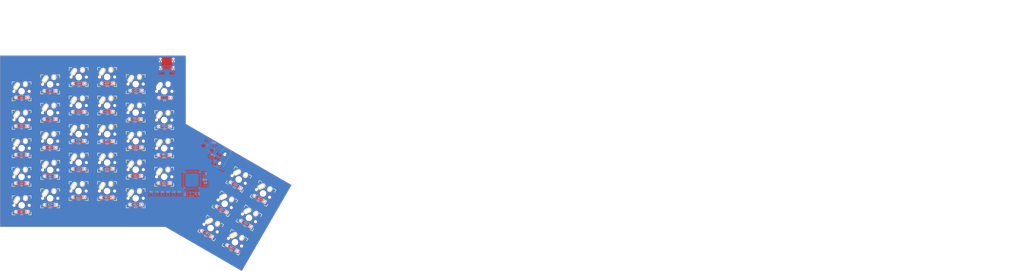
<source format=kicad_pcb>
(kicad_pcb (version 20221018) (generator pcbnew)
  (layers (0 "F.Cu" signal) (31 "B.Cu" signal) (34 "B.Paste" user) (35 "F.Paste" user) (36 "B.SilkS" user "B.Silkscreen") (37 "F.SilkS" user "F.Silkscreen") (38 "B.Mask" user) (39 "F.Mask" user) (44 "Edge.Cuts" user))
  (net 0 "")
  (net 1 "Net-(U1-XTAL1)")
  (net 2 "GND")
  (net 3 "Net-(U1-XTAL2)")
  (net 4 "VCC")
  (net 5 "Net-(U1-UCap)")
  (net 6 "Net-(D1-A)")
  (net 7 "col5")
  (net 8 "Net-(D2-A)")
  (net 9 "Net-(D3-A)")
  (net 10 "Net-(D4-A)")
  (net 11 "Net-(D5-A)")
  (net 12 "Net-(D6-A)")
  (net 13 "Net-(D7-A)")
  (net 14 "Net-(D8-A)")
  (net 15 "Net-(D9-A)")
  (net 16 "Net-(D10-A)")
  (net 17 "Net-(D11-A)")
  (net 18 "Net-(D12-A)")
  (net 19 "Net-(D13-A)")
  (net 20 "Net-(D14-A)")
  (net 21 "Net-(D15-A)")
  (net 22 "Net-(D16-A)")
  (net 23 "Net-(D17-A)")
  (net 24 "Net-(D18-A)")
  (net 25 "Net-(D19-A)")
  (net 26 "Net-(D20-A)")
  (net 27 "Net-(D21-A)")
  (net 28 "Net-(D22-A)")
  (net 29 "Net-(D23-A)")
  (net 30 "Net-(D24-A)")
  (net 31 "Net-(D25-A)")
  (net 32 "Net-(D26-A)")
  (net 33 "Net-(D27-A)")
  (net 34 "Net-(D28-A)")
  (net 35 "Net-(D29-A)")
  (net 36 "Net-(D30-A)")
  (net 37 "Net-(D31-A)")
  (net 38 "Net-(D32-A)")
  (net 39 "Net-(D33-A)")
  (net 40 "Net-(D34-A)")
  (net 41 "Net-(D35-A)")
  (net 42 "Net-(J1-CC1)")
  (net 43 "Net-(J1-D+-PadA6)")
  (net 44 "Net-(J1-D--PadA7)")
  (net 46 "Net-(J1-CC2)")
  (net 48 "pd2")
  (net 50 "col1")
  (net 51 "col2")
  (net 52 "col3")
  (net 53 "col4")
  (net 54 "Net-(U1-~{RESET})")
  (net 55 "Net-(U1-~{HWB{slash}PE2})")
  (net 56 "Net-(U1-D+)")
  (net 57 "Net-(U1-D-)")
  (footprint "keyboard_parts.pretty-master:Mx_Alps_100" (layer "F.Cu") (at 50.520022 112.492402)
    (fp_text reference "K10" (at 0 4.318) (layer "B.SilkS") (effects (font (thickness 0.2)) (justify mirror)))
    (fp_text value "KEYSW" hide)
    (pad "" np_thru_hole circle (at -5.08 0) (size 1.7018 1.7018) (drill 1.7018) (layers "*.Cu" "*.Mask"))
    (pad "" np_thru_hole circle (at 0 0) (size 3.9878 3.9878) (drill 3.9878) (layers "*.Cu" "*.Mask"))
    (pad "" np_thru_hole circle (at 5.08 0) (size 1.7018 1.7018) (drill 1.7018) (layers "*.Cu" "*.Mask"))
    (pad "1" thru_hole oval (at -3.255 -3.52 327.5) (size 2.5 4.75) (drill oval 1.5 3.75) (layers "*.Cu" "*.Mask" "F.SilkS") (net 51 "col2"))
    (pad "2" thru_hole oval (at 2.52 -4.79 356.1) (size 2.5 3.08) (drill oval 1.5 2.08) (layers "*.Cu" "*.Mask" "F.SilkS") (net 16 "Net-(D10-A)"))
  )
  (footprint "keyboard_parts.pretty-master:Mx_Alps_100" (layer "F.Cu") (at 69.569199 50.495995)
    (fp_text reference "K12" (at 0 4.318) (layer "B.SilkS") (effects (font (thickness 0.2)) (justify mirror)))
    (fp_text value "KEYSW" hide)
    (pad "" np_thru_hole circle (at -5.08 0) (size 1.7018 1.7018) (drill 1.7018) (layers "*.Cu" "*.Mask"))
    (pad "" np_thru_hole circle (at 0 0) (size 3.9878 3.9878) (drill 3.9878) (layers "*.Cu" "*.Mask"))
    (pad "" np_thru_hole circle (at 5.08 0) (size 1.7018 1.7018) (drill 1.7018) (layers "*.Cu" "*.Mask"))
    (pad "1" thru_hole oval (at -3.255 -3.52 327.5) (size 2.5 4.75) (drill oval 1.5 3.75) (layers "*.Cu" "*.Mask" "F.SilkS") (net 52 "col3"))
    (pad "2" thru_hole oval (at 2.52 -4.79 356.1) (size 2.5 3.08) (drill oval 1.5 2.08) (layers "*.Cu" "*.Mask" "F.SilkS") (net 18 "Net-(D12-A)"))
  )
  (footprint "keyboard_parts.pretty-master:Mx_Alps_100" (layer "F.Cu") (at 50.493506 36.361127)
    (fp_text reference "K6" (at 0 4.318) (layer "B.SilkS") (effects (font (thickness 0.2)) (justify mirror)))
    (fp_text value "KEYSW" hide)
    (pad "" np_thru_hole circle (at -5.08 0) (size 1.7018 1.7018) (drill 1.7018) (layers "*.Cu" "*.Mask"))
    (pad "" np_thru_hole circle (at 0 0) (size 3.9878 3.9878) (drill 3.9878) (layers "*.Cu" "*.Mask"))
    (pad "" np_thru_hole circle (at 5.08 0) (size 1.7018 1.7018) (drill 1.7018) (layers "*.Cu" "*.Mask"))
    (pad "1" thru_hole oval (at -3.255 -3.52 327.5) (size 2.5 4.75) (drill oval 1.5 3.75) (layers "*.Cu" "*.Mask" "F.SilkS") (net 51 "col2"))
    (pad "2" thru_hole oval (at 2.52 -4.79 356.1) (size 2.5 3.08) (drill oval 1.5 2.08) (layers "*.Cu" "*.Mask" "F.SilkS") (net 12 "Net-(D6-A)"))
  )
  (footprint "keyboard_parts.pretty-master:Mx_Alps_100" (layer "F.Cu") (at 107.64665 55.213332)
    (fp_text reference "K22" (at 0 4.318) (layer "B.SilkS") (effects (font (thickness 0.2)) (justify mirror)))
    (fp_text value "KEYSW" hide)
    (pad "" np_thru_hole circle (at -5.08 0) (size 1.7018 1.7018) (drill 1.7018) (layers "*.Cu" "*.Mask"))
    (pad "" np_thru_hole circle (at 0 0) (size 3.9878 3.9878) (drill 3.9878) (layers "*.Cu" "*.Mask"))
    (pad "" np_thru_hole circle (at 5.08 0) (size 1.7018 1.7018) (drill 1.7018) (layers "*.Cu" "*.Mask"))
    (pad "1" thru_hole oval (at -3.255 -3.52 327.5) (size 2.5 4.75) (drill oval 1.5 3.75) (layers "*.Cu" "*.Mask" "F.SilkS") (net 7 "col5"))
    (pad "2" thru_hole oval (at 2.52 -4.79 356.1) (size 2.5 3.08) (drill oval 1.5 2.08) (layers "*.Cu" "*.Mask" "F.SilkS") (net 28 "Net-(D22-A)"))
  )
  (footprint "keyboard_parts.pretty-master:Mx_Alps_100" (layer "F.Cu") (at 31.422309 41.013884)
    (fp_text reference "K1" (at 0 4.318) (layer "B.SilkS") (effects (font (thickness 0.2)) (justify mirror)))
    (fp_text value "KEYSW" hide)
    (pad "" np_thru_hole circle (at -5.08 0) (size 1.7018 1.7018) (drill 1.7018) (layers "*.Cu" "*.Mask"))
    (pad "" np_thru_hole circle (at 0 0) (size 3.9878 3.9878) (drill 3.9878) (layers "*.Cu" "*.Mask"))
    (pad "" np_thru_hole circle (at 5.08 0) (size 1.7018 1.7018) (drill 1.7018) (layers "*.Cu" "*.Mask"))
    (pad "1" thru_hole oval (at -3.255 -3.52 327.5) (size 2.5 4.75) (drill oval 1.5 3.75) (layers "*.Cu" "*.Mask" "F.SilkS") (net 50 "col1"))
    (pad "2" thru_hole oval (at 2.52 -4.79 356.1) (size 2.5 3.08) (drill oval 1.5 2.08) (layers "*.Cu" "*.Mask" "F.SilkS") (net 6 "Net-(D1-A)"))
  )
  (footprint "keyboard_parts.pretty-master:Mx_Alps_100" (layer "F.Cu") (at 50.566743 93.538233)
    (fp_text reference "K9" (at 0 4.318) (layer "B.SilkS") (effects (font (thickness 0.2)) (justify mirror)))
    (fp_text value "KEYSW" hide)
    (pad "" np_thru_hole circle (at -5.08 0) (size 1.7018 1.7018) (drill 1.7018) (layers "*.Cu" "*.Mask"))
    (pad "" np_thru_hole circle (at 0 0) (size 3.9878 3.9878) (drill 3.9878) (layers "*.Cu" "*.Mask"))
    (pad "" np_thru_hole circle (at 5.08 0) (size 1.7018 1.7018) (drill 1.7018) (layers "*.Cu" "*.Mask"))
    (pad "1" thru_hole oval (at -3.255 -3.52 327.5) (size 2.5 4.75) (drill oval 1.5 3.75) (layers "*.Cu" "*.Mask" "F.SilkS") (net 51 "col2"))
    (pad "2" thru_hole oval (at 2.52 -4.79 356.1) (size 2.5 3.08) (drill oval 1.5 2.08) (layers "*.Cu" "*.Mask" "F.SilkS") (net 15 "Net-(D9-A)"))
  )
  (footprint "keyboard_parts.pretty-master:Mx_Alps_100" (layer "F.Cu") (at 176.488305 99.883896 -30)
    (fp_text reference "K32" (at 0 4.318 150) (layer "B.SilkS") (effects (font (thickness 0.2)) (justify mirror)))
    (fp_text value "KEYSW" hide)
    (pad "" np_thru_hole circle (at -5.08 0 330) (size 1.7018 1.7018) (drill 1.7018) (layers "*.Cu" "*.Mask"))
    (pad "" np_thru_hole circle (at 0 0 330) (size 3.9878 3.9878) (drill 3.9878) (layers "*.Cu" "*.Mask"))
    (pad "" np_thru_hole circle (at 5.08 0 330) (size 1.7018 1.7018) (drill 1.7018) (layers "*.Cu" "*.Mask"))
    (pad "1" thru_hole oval (at -3.255 -3.52 297.5) (size 2.5 4.75) (drill oval 1.5 3.75) (layers "*.Cu" "*.Mask" "F.SilkS") (net 7 "col5"))
    (pad "2" thru_hole oval (at 2.52 -4.79 326.1) (size 2.5 3.08) (drill oval 1.5 2.08) (layers "*.Cu" "*.Mask" "F.SilkS") (net 38 "Net-(D32-A)"))
  )
  (footprint "keyboard_parts.pretty-master:Mx_Alps_100" (layer "F.Cu") (at 69.610959 88.64007)
    (fp_text reference "K14" (at 0 4.318) (layer "B.SilkS") (effects (font (thickness 0.2)) (justify mirror)))
    (fp_text value "KEYSW" hide)
    (pad "" np_thru_hole circle (at -5.08 0) (size 1.7018 1.7018) (drill 1.7018) (layers "*.Cu" "*.Mask"))
    (pad "" np_thru_hole circle (at 0 0) (size 3.9878 3.9878) (drill 3.9878) (layers "*.Cu" "*.Mask"))
    (pad "" np_thru_hole circle (at 5.08 0) (size 1.7018 1.7018) (drill 1.7018) (layers "*.Cu" "*.Mask"))
    (pad "1" thru_hole oval (at -3.255 -3.52 327.5) (size 2.5 4.75) (drill oval 1.5 3.75) (layers "*.Cu" "*.Mask" "F.SilkS") (net 52 "col3"))
    (pad "2" thru_hole oval (at 2.52 -4.79 356.1) (size 2.5 3.08) (drill oval 1.5 2.08) (layers "*.Cu" "*.Mask" "F.SilkS") (net 20 "Net-(D14-A)"))
  )
  (footprint "keyboard_parts.pretty-master:Mx_Alps_100" (layer "F.Cu") (at 183.373341 125.572929 -30)
    (fp_text reference "K34" (at 0 4.318 150) (layer "B.SilkS") (effects (font (thickness 0.2)) (justify mirror)))
    (fp_text value "KEYSW" hide)
    (pad "" np_thru_hole circle (at -5.08 0 330) (size 1.7018 1.7018) (drill 1.7018) (layers "*.Cu" "*.Mask"))
    (pad "" np_thru_hole circle (at 0 0 330) (size 3.9878 3.9878) (drill 3.9878) (layers "*.Cu" "*.Mask"))
    (pad "" np_thru_hole circle (at 5.08 0 330) (size 1.7018 1.7018) (drill 1.7018) (layers "*.Cu" "*.Mask"))
    (pad "1" thru_hole oval (at -3.255 -3.52 297.5) (size 2.5 4.75) (drill oval 1.5 3.75) (layers "*.Cu" "*.Mask" "F.SilkS") (net 7 "col5"))
    (pad "2" thru_hole oval (at 2.52 -4.79 326.1) (size 2.5 3.08) (drill oval 1.5 2.08) (layers "*.Cu" "*.Mask" "F.SilkS") (net 40 "Net-(D34-A)"))
  )
  (footprint "keyboard_parts.pretty-master:Mx_Alps_100" (layer "F.Cu") (at 50.483045 74.323016)
    (fp_text reference "K8" (at 0 4.318) (layer "B.SilkS") (effects (font (thickness 0.2)) (justify mirror)))
    (fp_text value "KEYSW" hide)
    (pad "" np_thru_hole circle (at -5.08 0) (size 1.7018 1.7018) (drill 1.7018) (layers "*.Cu" "*.Mask"))
    (pad "" np_thru_hole circle (at 0 0) (size 3.9878 3.9878) (drill 3.9878) (layers "*.Cu" "*.Mask"))
    (pad "" np_thru_hole circle (at 5.08 0) (size 1.7018 1.7018) (drill 1.7018) (layers "*.Cu" "*.Mask"))
    (pad "1" thru_hole oval (at -3.255 -3.52 327.5) (size 2.5 4.75) (drill oval 1.5 3.75) (layers "*.Cu" "*.Mask" "F.SilkS") (net 51 "col2"))
    (pad "2" thru_hole oval (at 2.52 -4.79 356.1) (size 2.5 3.08) (drill oval 1.5 2.08) (layers "*.Cu" "*.Mask" "F.SilkS") (net 14 "Net-(D8-A)"))
  )
  (footprint "keyboard_parts.pretty-master:Mx_Alps_100" (layer "F.Cu") (at 88.65 69.625)
    (fp_text reference "K18" (at 0 4.318) (layer "B.SilkS") (effects (font (thickness 0.2)) (justify mirror)))
    (fp_text value "KEYSW" hide)
    (pad "" np_thru_hole circle (at -5.08 0) (size 1.7018 1.7018) (drill 1.7018) (layers "*.Cu" "*.Mask"))
    (pad "" np_thru_hole circle (at 0 0) (size 3.9878 3.9878) (drill 3.9878) (layers "*.Cu" "*.Mask"))
    (pad "" np_thru_hole circle (at 5.08 0) (size 1.7018 1.7018) (drill 1.7018) (layers "*.Cu" "*.Mask"))
    (pad "1" thru_hole oval (at -3.255 -3.52 327.5) (size 2.5 4.75) (drill oval 1.5 3.75) (layers "*.Cu" "*.Mask" "F.SilkS") (net 53 "col4"))
    (pad "2" thru_hole oval (at 2.52 -4.79 356.1) (size 2.5 3.08) (drill oval 1.5 2.08) (layers "*.Cu" "*.Mask" "F.SilkS") (net 24 "Net-(D18-A)"))
  )
  (footprint "keyboard_parts.pretty-master:Mx_Alps_100" (layer "F.Cu") (at 69.5 107.625)
    (fp_text reference "K15" (at 0 4.318) (layer "B.SilkS") (effects (font (thickness 0.2)) (justify mirror)))
    (fp_text value "KEYSW" hide)
    (pad "" np_thru_hole circle (at -5.08 0) (size 1.7018 1.7018) (drill 1.7018) (layers "*.Cu" "*.Mask"))
    (pad "" np_thru_hole circle (at 0 0) (size 3.9878 3.9878) (drill 3.9878) (layers "*.Cu" "*.Mask"))
    (pad "" np_thru_hole circle (at 5.08 0) (size 1.7018 1.7018) (drill 1.7018) (layers "*.Cu" "*.Mask"))
    (pad "1" thru_hole oval (at -3.255 -3.52 327.5) (size 2.5 4.75) (drill oval 1.5 3.75) (layers "*.Cu" "*.Mask" "F.SilkS") (net 52 "col3"))
    (pad "2" thru_hole oval (at 2.52 -4.79 356.1) (size 2.5 3.08) (drill oval 1.5 2.08) (layers "*.Cu" "*.Mask" "F.SilkS") (net 21 "Net-(D15-A)"))
  )
  (footprint "keyboard_parts.pretty-master:Mx_Alps_100" (layer "F.Cu") (at 31.473306 60.024898)
    (fp_text reference "K2" (at 0 4.318) (layer "B.SilkS") (effects (font (thickness 0.2)) (justify mirror)))
    (fp_text value "KEYSW" hide)
    (pad "" np_thru_hole circle (at -5.08 0) (size 1.7018 1.7018) (drill 1.7018) (layers "*.Cu" "*.Mask"))
    (pad "" np_thru_hole circle (at 0 0) (size 3.9878 3.9878) (drill 3.9878) (layers "*.Cu" "*.Mask"))
    (pad "" np_thru_hole circle (at 5.08 0) (size 1.7018 1.7018) (drill 1.7018) (layers "*.Cu" "*.Mask"))
    (pad "1" thru_hole oval (at -3.255 -3.52 327.5) (size 2.5 4.75) (drill oval 1.5 3.75) (layers "*.Cu" "*.Mask" "F.SilkS") (net 50 "col1"))
    (pad "2" thru_hole oval (at 2.52 -4.79 356.1) (size 2.5 3.08) (drill oval 1.5 2.08) (layers "*.Cu" "*.Mask" "F.SilkS") (net 8 "Net-(D2-A)"))
  )
  (footprint "keyboard_parts.pretty-master:Mx_Alps_100" (layer "F.Cu") (at 107.7 74.275)
    (fp_text reference "K23" (at 0 4.318) (layer "B.SilkS") (effects (font (thickness 0.2)) (justify mirror)))
    (fp_text value "KEYSW" hide)
    (pad "" np_thru_hole circle (at -5.08 0) (size 1.7018 1.7018) (drill 1.7018) (layers "*.Cu" "*.Mask"))
    (pad "" np_thru_hole circle (at 0 0) (size 3.9878 3.9878) (drill 3.9878) (layers "*.Cu" "*.Mask"))
    (pad "" np_thru_hole circle (at 5.08 0) (size 1.7018 1.7018) (drill 1.7018) (layers "*.Cu" "*.Mask"))
    (pad "1" thru_hole oval (at -3.255 -3.52 327.5) (size 2.5 4.75) (drill oval 1.5 3.75) (layers "*.Cu" "*.Mask" "F.SilkS") (net 7 "col5"))
    (pad "2" thru_hole oval (at 2.52 -4.79 356.1) (size 2.5 3.08) (drill oval 1.5 2.08) (layers "*.Cu" "*.Mask" "F.SilkS") (net 29 "Net-(D23-A)"))
  )
  (footprint "keyboard_parts.pretty-master:Mx_Alps_100" (layer "F.Cu") (at 88.6 50.525)
    (fp_text reference "K17" (at 0 4.318) (layer "B.SilkS") (effects (font (thickness 0.2)) (justify mirror)))
    (fp_text value "KEYSW" hide)
    (pad "" np_thru_hole circle (at -5.08 0) (size 1.7018 1.7018) (drill 1.7018) (layers "*.Cu" "*.Mask"))
    (pad "" np_thru_hole circle (at 0 0) (size 3.9878 3.9878) (drill 3.9878) (layers "*.Cu" "*.Mask"))
    (pad "" np_thru_hole circle (at 5.08 0) (size 1.7018 1.7018) (drill 1.7018) (layers "*.Cu" "*.Mask"))
    (pad "1" thru_hole oval (at -3.255 -3.52 327.5) (size 2.5 4.75) (drill oval 1.5 3.75) (layers "*.Cu" "*.Mask" "F.SilkS") (net 53 "col4"))
    (pad "2" thru_hole oval (at 2.52 -4.79 356.1) (size 2.5 3.08) (drill oval 1.5 2.08) (layers "*.Cu" "*.Mask" "F.SilkS") (net 23 "Net-(D17-A)"))
  )
  (footprint "keyboard_parts.pretty-master:Mx_Alps_100" (layer "F.Cu") (at 31.472221 117.163907)
    (fp_text reference "K5" (at 0 4.318) (layer "B.SilkS") (effects (font (thickness 0.2)) (justify mirror)))
    (fp_text value "KEYSW" hide)
    (pad "" np_thru_hole circle (at -5.08 0) (size 1.7018 1.7018) (drill 1.7018) (layers "*.Cu" "*.Mask"))
    (pad "" np_thru_hole circle (at 0 0) (size 3.9878 3.9878) (drill 3.9878) (layers "*.Cu" "*.Mask"))
    (pad "" np_thru_hole circle (at 5.08 0) (size 1.7018 1.7018) (drill 1.7018) (layers "*.Cu" "*.Mask"))
    (pad "1" thru_hole oval (at -3.255 -3.52 327.5) (size 2.5 4.75) (drill oval 1.5 3.75) (layers "*.Cu" "*.Mask" "F.SilkS") (net 50 "col1"))
    (pad "2" thru_hole oval (at 2.52 -4.79 356.1) (size 2.5 3.08) (drill oval 1.5 2.08) (layers "*.Cu" "*.Mask" "F.SilkS") (net 11 "Net-(D5-A)"))
  )
  (footprint "keyboard_parts.pretty-master:Mx_Alps_100" (layer "F.Cu") (at 31.405448 98.139506)
    (fp_text reference "K4" (at 0 4.318) (layer "B.SilkS") (effects (font (thickness 0.2)) (justify mirror)))
    (fp_text value "KEYSW" hide)
    (pad "" np_thru_hole circle (at -5.08 0) (size 1.7018 1.7018) (drill 1.7018) (layers "*.Cu" "*.Mask"))
    (pad "" np_thru_hole circle (at 0 0) (size 3.9878 3.9878) (drill 3.9878) (layers "*.Cu" "*.Mask"))
    (pad "" np_thru_hole circle (at 5.08 0) (size 1.7018 1.7018) (drill 1.7018) (layers "*.Cu" "*.Mask"))
    (pad "1" thru_hole oval (at -3.255 -3.52 327.5) (size 2.5 4.75) (drill oval 1.5 3.75) (layers "*.Cu" "*.Mask" "F.SilkS") (net 50 "col1"))
    (pad "2" thru_hole oval (at 2.52 -4.79 356.1) (size 2.5 3.08) (drill oval 1.5 2.08) (layers "*.Cu" "*.Mask" "F.SilkS") (net 10 "Net-(D4-A)"))
  )
  (footprint "keyboard_parts.pretty-master:Mx_Alps_100" (layer "F.Cu") (at 69.588846 69.604865)
    (fp_text reference "K13" (at 0 4.318) (layer "B.SilkS") (effects (font (thickness 0.2)) (justify mirror)))
    (fp_text value "KEYSW" hide)
    (pad "" np_thru_hole circle (at -5.08 0) (size 1.7018 1.7018) (drill 1.7018) (layers "*.Cu" "*.Mask"))
    (pad "" np_thru_hole circle (at 0 0) (size 3.9878 3.9878) (drill 3.9878) (layers "*.Cu" "*.Mask"))
    (pad "" np_thru_hole circle (at 5.08 0) (size 1.7018 1.7018) (drill 1.7018) (layers "*.Cu" "*.Mask"))
    (pad "1" thru_hole oval (at -3.255 -3.52 327.5) (size 2.5 4.75) (drill oval 1.5 3.75) (layers "*.Cu" "*.Mask" "F.SilkS") (net 52 "col3"))
    (pad "2" thru_hole oval (at 2.52 -4.79 356.1) (size 2.5 3.08) (drill oval 1.5 2.08) (layers "*.Cu" "*.Mask" "F.SilkS") (net 19 "Net-(D13-A)"))
  )
  (footprint "keyboard_parts.pretty-master:Mx_Alps_100" (layer "F.Cu") (at 157.742626 132.382088 -30)
    (fp_text reference "K30" (at 0 4.318 150) (layer "B.SilkS") (effects (font (thickness 0.2)) (justify mirror)))
    (fp_text value "KEYSW" hide)
    (pad "" np_thru_hole circle (at -5.08 0 330) (size 1.7018 1.7018) (drill 1.7018) (layers "*.Cu" "*.Mask"))
    (pad "" np_thru_hole circle (at 0 0 330) (size 3.9878 3.9878) (drill 3.9878) (layers "*.Cu" "*.Mask"))
    (pad "" np_thru_hole circle (at 5.08 0 330) (size 1.7018 1.7018) (drill 1.7018) (layers "*.Cu" "*.Mask"))
    (pad "1" thru_hole oval (at -3.255 -3.52 297.5) (size 2.5 4.75) (drill oval 1.5 3.75) (layers "*.Cu" "*.Mask" "F.SilkS") (net 7 "col5"))
    (pad "2" thru_hole oval (at 2.52 -4.79 326.1) (size 2.5 3.08) (drill oval 1.5 2.08) (layers "*.Cu" "*.Mask" "F.SilkS") (net 36 "Net-(D30-A)"))
  )
  (footprint "keyboard_parts.pretty-master:Mx_Alps_100" (layer "F.Cu") (at 126.7 98.106708)
    (fp_text reference "K29" (at 0 4.318) (layer "B.SilkS") (effects (font (thickness 0.2)) (justify mirror)))
    (fp_text value "KEYSW" hide)
    (pad "" np_thru_hole circle (at -5.08 0) (size 1.7018 1.7018) (drill 1.7018) (layers "*.Cu" "*.Mask"))
    (pad "" np_thru_hole circle (at 0 0) (size 3.9878 3.9878) (drill 3.9878) (layers "*.Cu" "*.Mask"))
    (pad "" np_thru_hole circle (at 5.08 0) (size 1.7018 1.7018) (drill 1.7018) (layers "*.Cu" "*.Mask"))
    (pad "1" thru_hole oval (at -3.255 -3.52 327.5) (size 2.5 4.75) (drill oval 1.5 3.75) (layers "*.Cu" "*.Mask" "F.SilkS") (net 7 "col5"))
    (pad "2" thru_hole oval (at 2.52 -4.79 356.1) (size 2.5 3.08) (drill oval 1.5 2.08) (layers "*.Cu" "*.Mask" "F.SilkS") (net 35 "Net-(D29-A)"))
  )
  (footprint "keyboard_parts.pretty-master:Mx_Alps_100" (layer "F.Cu") (at 88.575 31.425)
    (fp_text reference "K16" (at 0 4.318) (layer "B.SilkS") (effects (font (thickness 0.2)) (justify mirror)))
    (fp_text value "KEYSW" hide)
    (pad "" np_thru_hole circle (at -5.08 0) (size 1.7018 1.7018) (drill 1.7018) (layers "*.Cu" "*.Mask"))
    (pad "" np_thru_hole circle (at 0 0) (size 3.9878 3.9878) (drill 3.9878) (layers "*.Cu" "*.Mask"))
    (pad "" np_thru_hole circle (at 5.08 0) (size 1.7018 1.7018) (drill 1.7018) (layers "*.Cu" "*.Mask"))
    (pad "1" thru_hole oval (at -3.255 -3.52 327.5) (size 2.5 4.75) (drill oval 1.5 3.75) (layers "*.Cu" "*.Mask" "F.SilkS") (net 53 "col4"))
    (pad "2" thru_hole oval (at 2.52 -4.79 356.1) (size 2.5 3.08) (drill oval 1.5 2.08) (layers "*.Cu" "*.Mask" "F.SilkS") (net 22 "Net-(D16-A)"))
  )
  (footprint "keyboard_parts.pretty-master:Mx_Alps_100" (layer "F.Cu") (at 192.747866 109.251352 -30)
    (fp_text reference "K33" (at 0 4.318 150) (layer "B.SilkS") (effects (font (thickness 0.2)) (justify mirror)))
    (fp_text value "KEYSW" hide)
    (pad "" np_thru_hole circle (at -5.08 0 330) (size 1.7018 1.7018) (drill 1.7018) (layers "*.Cu" "*.Mask"))
    (pad "" np_thru_hole circle (at 0 0 330) (size 3.9878 3.9878) (drill 3.9878) (layers "*.Cu" "*.Mask"))
    (pad "" np_thru_hole circle (at 5.08 0 330) (size 1.7018 1.7018) (drill 1.7018) (layers "*.Cu" "*.Mask"))
    (pad "1" thru_hole oval (at -3.255 -3.52 297.5) (size 2.5 4.75) (drill oval 1.5 3.75) (layers "*.Cu" "*.Mask" "F.SilkS") (net 7 "col5"))
    (pad "2" thru_hole oval (at 2.52 -4.79 326.1) (size 2.5 3.08) (drill oval 1.5 2.08) (layers "*.Cu" "*.Mask" "F.SilkS") (net 39 "Net-(D33-A)"))
  )
  (footprint "keyboard_parts.pretty-master:Mx_Alps_100" (layer "F.Cu") (at 107.664642 36.180373)
    (fp_text reference "K21" (at 0 4.318) (layer "B.SilkS") (effects (font (thickness 0.2)) (justify mirror)))
    (fp_text value "KEYSW" hide)
    (pad "" np_thru_hole circle (at -5.08 0) (size 1.7018 1.7018) (drill 1.7018) (layers "*.Cu" "*.Mask"))
    (pad "" np_thru_hole circle (at 0 0) (size 3.9878 3.9878) (drill 3.9878) (layers "*.Cu" "*.Mask"))
    (pad "" np_thru_hole circle (at 5.08 0) (size 1.7018 1.7018) (drill 1.7018) (layers "*.Cu" "*.Mask"))
    (pad "1" thru_hole oval (at -3.255 -3.52 327.5) (size 2.5 4.75) (drill oval 1.5 3.75) (layers "*.Cu" "*.Mask" "F.SilkS") (net 7 "col5"))
    (pad "2" thru_hole oval (at 2.52 -4.79 356.1) (size 2.5 3.08) (drill oval 1.5 2.08) (layers "*.Cu" "*.Mask" "F.SilkS") (net 27 "Net-(D21-A)"))
  )
  (footprint "keyboard_parts.pretty-master:Mx_Alps_100" (layer "F.Cu") (at 167.16469 116.154291 -30)
    (fp_text reference "K31" (at 0 4.318 150) (layer "B.SilkS") (effects (font (thickness 0.2)) (justify mirror)))
    (fp_text value "KEYSW" hide)
    (pad "" np_thru_hole circle (at -5.08 0 330) (size 1.7018 1.7018) (drill 1.7018) (layers "*.Cu" "*.Mask"))
    (pad "" np_thru_hole circle (at 0 0 330) (size 3.9878 3.9878) (drill 3.9878) (layers "*.Cu" "*.Mask"))
    (pad "" np_thru_hole circle (at 5.08 0 330) (size 1.7018 1.7018) (drill 1.7018) (layers "*.Cu" "*.Mask"))
    (pad "1" thru_hole oval (at -3.255 -3.52 297.5) (size 2.5 4.75) (drill oval 1.5 3.75) (layers "*.Cu" "*.Mask" "F.SilkS") (net 7 "col5"))
    (pad "2" thru_hole oval (at 2.52 -4.79 326.1) (size 2.5 3.08) (drill oval 1.5 2.08) (layers "*.Cu" "*.Mask" "F.SilkS") (net 37 "Net-(D31-A)"))
  )
  (footprint "keyboard_parts.pretty-master:Mx_Alps_100" (layer "F.Cu") (at 107.641676 112.447545)
    (fp_text reference "K25" (at 0 4.318) (layer "B.SilkS") (effects (font (thickness 0.2)) (justify mirror)))
    (fp_text value "KEYSW" hide)
    (pad "" np_thru_hole circle (at -5.08 0) (size 1.7018 1.7018) (drill 1.7018) (layers "*.Cu" "*.Mask"))
    (pad "" np_thru_hole circle (at 0 0) (size 3.9878 3.9878) (drill 3.9878) (layers "*.Cu" "*.Mask"))
    (pad "" np_thru_hole circle (at 5.08 0) (size 1.7018 1.7018) (drill 1.7018) (layers "*.Cu" "*.Mask"))
    (pad "1" thru_hole oval (at -3.255 -3.52 327.5) (size 2.5 4.75) (drill oval 1.5 3.75) (layers "*.Cu" "*.Mask" "F.SilkS") (net 7 "col5"))
    (pad "2" thru_hole oval (at 2.52 -4.79 356.1) (size 2.5 3.08) (drill oval 1.5 2.08) (layers "*.Cu" "*.Mask" "F.SilkS") (net 31 "Net-(D25-A)"))
  )
  (footprint "keyboard_parts.pretty-master:Mx_Alps_100" (layer "F.Cu") (at 31.45 79.025)
    (fp_text reference "K3" (at 0 4.318) (layer "B.SilkS") (effects (font (thickness 0.2)) (justify mirror)))
    (fp_text value "KEYSW" hide)
    (pad "" np_thru_hole circle (at -5.08 0) (size 1.7018 1.7018) (drill 1.7018) (layers "*.Cu" "*.Mask"))
    (pad "" np_thru_hole circle (at 0 0) (size 3.9878 3.9878) (drill 3.9878) (layers "*.Cu" "*.Mask"))
    (pad "" np_thru_hole circle (at 5.08 0) (size 1.7018 1.7018) (drill 1.7018) (layers "*.Cu" "*.Mask"))
    (pad "1" thru_hole oval (at -3.255 -3.52 327.5) (size 2.5 4.75) (drill oval 1.5 3.75) (layers "*.Cu" "*.Mask" "F.SilkS") (net 50 "col1"))
    (pad "2" thru_hole oval (at 2.52 -4.79 356.1) (size 2.5 3.08) (drill oval 1.5 2.08) (layers "*.Cu" "*.Mask" "F.SilkS") (net 9 "Net-(D3-A)"))
  )
  (footprint "keyboard_parts.pretty-master:Mx_Alps_100" (layer "F.Cu") (at 107.692982 93.358045)
    (fp_text reference "K24" (at 0 4.318) (layer "B.SilkS") (effects (font (thickness 0.2)) (justify mirror)))
    (fp_text value "KEYSW" hide)
    (pad "" np_thru_hole circle (at -5.08 0) (size 1.7018 1.7018) (drill 1.7018) (layers "*.Cu" "*.Mask"))
    (pad "" np_thru_hole circle (at 0 0) (size 3.9878 3.9878) (drill 3.9878) (layers "*.Cu" "*.Mask"))
    (pad "" np_thru_hole circle (at 5.08 0) (size 1.7018 1.7018) (drill 1.7018) (layers "*.Cu" "*.Mask"))
    (pad "1" thru_hole oval (at -3.255 -3.52 327.5) (size 2.5 4.75) (drill oval 1.5 3.75) (layers "*.Cu" "*.Mask" "F.SilkS") (net 7 "col5"))
    (pad "2" thru_hole oval (at 2.52 -4.79 356.1) (size 2.5 3.08) (drill oval 1.5 2.08) (layers "*.Cu" "*.Mask" "F.SilkS") (net 30 "Net-(D24-A)"))
  )
  (footprint "keyboard_parts.pretty-master:Mx_Alps_100" (layer "F.Cu") (at 88.606998 88.626835)
    (fp_text reference "K19" (at 0 4.318) (layer "B.SilkS") (effects (font (thickness 0.2)) (justify mirror)))
    (fp_text value "KEYSW" hide)
    (pad "" np_thru_hole circle (at -5.08 0) (size 1.7018 1.7018) (drill 1.7018) (layers "*.Cu" "*.Mask"))
    (pad "" np_thru_hole circle (at 0 0) (size 3.9878 3.9878) (drill 3.9878) (layers "*.Cu" "*.Mask"))
    (pad "" np_thru_hole circle (at 5.08 0) (size 1.7018 1.7018) (drill 1.7018) (layers "*.Cu" "*.Mask"))
    (pad "1" thru_hole oval (at -3.255 -3.52 327.5) (size 2.5 4.75) (drill oval 1.5 3.75) (layers "*.Cu" "*.Mask" "F.SilkS") (net 53 "col4"))
    (pad "2" thru_hole oval (at 2.52 -4.79 356.1) (size 2.5 3.08) (drill oval 1.5 2.08) (layers "*.Cu" "*.Mask" "F.SilkS") (net 25 "Net-(D19-A)"))
  )
  (footprint "keyboard_parts.pretty-master:Mx_Alps_100" (layer "F.Cu") (at 126.765199 60.220058)
    (fp_text reference "K27" (at 0 4.318) (layer "B.SilkS") (effects (font (thickness 0.2)) (justify mirror)))
    (fp_text value "KEYSW" hide)
    (pad "" np_thru_hole circle (at -5.08 0) (size 1.7018 1.7018) (drill 1.7018) (layers "*.Cu" "*.Mask"))
    (pad "" np_thru_hole circle (at 0 0) (size 3.9878 3.9878) (drill 3.9878) (layers "*.Cu" "*.Mask"))
    (pad "" np_thru_hole circle (at 5.08 0) (size 1.7018 1.7018) (drill 1.7018) (layers "*.Cu" "*.Mask"))
    (pad "1" thru_hole oval (at -3.255 -3.52 327.5) (size 2.5 4.75) (drill oval 1.5 3.75) (layers "*.Cu" "*.Mask" "F.SilkS") (net 7 "col5"))
    (pad "2" thru_hole oval (at 2.52 -4.79 356.1) (size 2.5 3.08) (drill oval 1.5 2.08) (layers "*.Cu" "*.Mask" "F.SilkS") (net 33 "Net-(D27-A)"))
  )
  (footprint "keyboard_parts.pretty-master:Mx_Alps_100" (layer "F.Cu") (at 174.0254 141.832946 -30)
    (fp_text reference "K35" (at 0 4.318 150) (layer "B.SilkS") (effects (font (thickness 0.2)) (justify mirror)))
    (fp_text value "KEYSW" hide)
    (pad "" np_thru_hole circle (at -5.08 0 330) (size 1.7018 1.7018) (drill 1.7018) (layers "*.Cu" "*.Mask"))
    (pad "" np_thru_hole circle (at 0 0 330) (size 3.9878 3.9878) (drill 3.9878) (layers "*.Cu" "*.Mask"))
    (pad "" np_thru_hole circle (at 5.08 0 330) (size 1.7018 1.7018) (drill 1.7018) (layers "*.Cu" "*.Mask"))
    (pad "1" thru_hole oval (at -3.255 -3.52 297.5) (size 2.5 4.75) (drill oval 1.5 3.75) (layers "*.Cu" "*.Mask" "F.SilkS") (net 7 "col5"))
    (pad "2" thru_hole oval (at 2.52 -4.79 326.1) (size 2.5 3.08) (drill oval 1.5 2.08) (layers "*.Cu" "*.Mask" "F.SilkS") (net 41 "Net-(D35-A)"))
  )
  (footprint "keyboard_parts.pretty-master:Mx_Alps_100" (layer "F.Cu") (at 88.529199 107.63852)
    (fp_text reference "K20" (at 0 4.318) (layer "B.SilkS") (effects (font (thickness 0.2)) (justify mirror)))
    (fp_text value "KEYSW" hide)
    (pad "" np_thru_hole circle (at -5.08 0) (size 1.7018 1.7018) (drill 1.7018) (layers "*.Cu" "*.Mask"))
    (pad "" np_thru_hole circle (at 0 0) (size 3.9878 3.9878) (drill 3.9878) (layers "*.Cu" "*.Mask"))
    (pad "" np_thru_hole circle (at 5.08 0) (size 1.7018 1.7018) (drill 1.7018) (layers "*.Cu" "*.Mask"))
    (pad "1" thru_hole oval (at -3.255 -3.52 327.5) (size 2.5 4.75) (drill oval 1.5 3.75) (layers "*.Cu" "*.Mask" "F.SilkS") (net 53 "col4"))
    (pad "2" thru_hole oval (at 2.52 -4.79 356.1) (size 2.5 3.08) (drill oval 1.5 2.08) (layers "*.Cu" "*.Mask" "F.SilkS") (net 26 "Net-(D20-A)"))
  )
  (footprint "keyboard_parts.pretty-master:Mx_Alps_100" (layer "F.Cu") (at 50.505 55.3308)
    (fp_text reference "K7" (at 0 4.318) (layer "B.SilkS") (effects (font (thickness 0.2)) (justify mirror)))
    (fp_text value "KEYSW" hide)
    (pad "" np_thru_hole circle (at -5.08 0) (size 1.7018 1.7018) (drill 1.7018) (layers "*.Cu" "*.Mask"))
    (pad "" np_thru_hole circle (at 0 0) (size 3.9878 3.9878) (drill 3.9878) (layers "*.Cu" "*.Mask"))
    (pad "" np_thru_hole circle (at 5.08 0) (size 1.7018 1.7018) (drill 1.7018) (layers "*.Cu" "*.Mask"))
    (pad "1" thru_hole oval (at -3.255 -3.52 327.5) (size 2.5 4.75) (drill oval 1.5 3.75) (layers "*.Cu" "*.Mask" "F.SilkS") (net 51 "col2"))
    (pad "2" thru_hole oval (at 2.52 -4.79 356.1) (size 2.5 3.08) (drill oval 1.5 2.08) (layers "*.Cu" "*.Mask" "F.SilkS") (net 13 "Net-(D7-A)"))
  )
  (footprint "keyboard_parts.pretty-master:Mx_Alps_100" (layer "F.Cu") (at 69.602767 31.506722)
    (fp_text reference "K11" (at 0 4.318) (layer "B.SilkS") (effects (font (thickness 0.2)) (justify mirror)))
    (fp_text value "KEYSW" hide)
    (pad "" np_thru_hole circle (at -5.08 0) (size 1.7018 1.7018) (drill 1.7018) (layers "*.Cu" "*.Mask"))
    (pad "" np_thru_hole circle (at 0 0) (size 3.9878 3.9878) (drill 3.9878) (layers "*.Cu" "*.Mask"))
    (pad "" np_thru_hole circle (at 5.08 0) (size 1.7018 1.7018) (drill 1.7018) (layers "*.Cu" "*.Mask"))
    (pad "1" thru_hole oval (at -3.255 -3.52 327.5) (size 2.5 4.75) (drill oval 1.5 3.75) (layers "*.Cu" "*.Mask" "F.SilkS") (net 52 "col3"))
    (pad "2" thru_hole oval (at 2.52 -4.79 356.1) (size 2.5 3.08) (drill oval 1.5 2.08) (layers "*.Cu" "*.Mask" "F.SilkS") (net 17 "Net-(D11-A)"))
  )
  (footprint "keyboard_parts.pretty-master:Mx_Alps_100" (layer "F.Cu") (at 126.713416 79.074972)
    (fp_text reference "K28" (at 0 4.318) (layer "B.SilkS") (effects (font (thickness 0.2)) (justify mirror)))
    (fp_text value "KEYSW" hide)
    (pad "" np_thru_hole circle (at -5.08 0) (size 1.7018 1.7018) (drill 1.7018) (layers "*.Cu" "*.Mask"))
    (pad "" np_thru_hole circle (at 0 0) (size 3.9878 3.9878) (drill 3.9878) (layers "*.Cu" "*.Mask"))
    (pad "" np_thru_hole circle (at 5.08 0) (size 1.7018 1.7018) (drill 1.7018) (layers "*.Cu" "*.Mask"))
    (pad "1" thru_hole oval (at -3.255 -3.52 327.5) (size 2.5 4.75) (drill oval 1.5 3.75) (layers "*.Cu" "*.Mask" "F.SilkS") (net 7 "col5"))
    (pad "2" thru_hole oval (at 2.52 -4.79 356.1) (size 2.5 3.08) (drill oval 1.5 2.08) (layers "*.Cu" "*.Mask" "F.SilkS") (net 34 "Net-(D28-A)"))
  )
  (footprint "Crystal:Crystal_SMD_SeikoEpson_FA238-4Pin_3.2x2.5mm" (layer "B.Cu") (at 145.288 109.669466 90)
    (fp_text reference "X1" (at 0 2.45 90) (layer "B.SilkS") (effects (justify mirror)))
    (fp_text value "XTAL_GND")
    (pad "1" smd rect (at -1.1 -0.8 90) (size 1.4 1.2) (layers "B.Cu" "B.Paste" "B.Mask") (net 1 "Net-(U1-XTAL1)"))
    (pad "2" smd rect (at 1.1 -0.8 90) (size 1.4 1.2) (layers "B.Cu" "B.Paste" "B.Mask") (net 3 "Net-(U1-XTAL2)"))
    (pad "3" smd rect (at 1.1 0.8 90) (size 1.4 1.2) (layers "B.Cu" "B.Paste" "B.Mask") (net 2 "GND"))
    (pad "4" smd rect (at -1.1 0.8 90) (size 1.4 1.2) (layers "B.Cu" "B.Paste" "B.Mask"))
  )
  (footprint "keyboard_parts.pretty-master:D_SOD123_axial" (layer "B.Cu") (at 50.694022 116.810402 180)
    (fp_text reference "D10" (at 0 -1.925) (layer "B.SilkS") (effects (font (size 0.8 0.8)) (justify mirror)))
    (fp_text value "D" hide)
    (pad "1" thru_hole rect (at -3.9 0 180) (size 1.6 1.6) (drill 0.7) (layers "*.Cu" "*.Mask" "B.SilkS") (net 7 "col5"))
    (pad "1" smd rect (at -2.7 0 180) (size 2.5 0.5) (layers "B.Cu") (net 7 "col5"))
    (pad "1" smd rect (at -1.575 0 180) (size 1.2 1.2) (layers "B.Cu" "B.Paste" "B.Mask") (net 7 "col5"))
    (pad "2" smd rect (at 1.575 0 180) (size 1.2 1.2) (layers "B.Cu" "B.Paste" "B.Mask") (net 16 "Net-(D10-A)"))
    (pad "2" smd rect (at 2.7 0 180) (size 2.5 0.5) (layers "B.Cu") (net 16 "Net-(D10-A)"))
    (pad "2" thru_hole circle (at 3.9 0 180) (size 1.6 1.6) (drill 0.7) (layers "*.Cu" "*.Mask" "B.SilkS") (net 16 "Net-(D10-A)"))
  )
  (footprint "keyboard_parts.pretty-master:D_SOD123_axial" (layer "B.Cu") (at 88.587914 54.636281 180)
    (fp_text reference "D17" (at 0 -1.925) (layer "B.SilkS") (effects (font (size 0.8 0.8)) (justify mirror)))
    (fp_text value "D" hide)
    (pad "1" thru_hole rect (at -3.9 0 180) (size 1.6 1.6) (drill 0.7) (layers "*.Cu" "*.Mask" "B.SilkS") (net 7 "col5"))
    (pad "1" smd rect (at -2.7 0 180) (size 2.5 0.5) (layers "B.Cu") (net 7 "col5"))
    (pad "1" smd rect (at -1.575 0 180) (size 1.2 1.2) (layers "B.Cu" "B.Paste" "B.Mask") (net 7 "col5"))
    (pad "2" smd rect (at 1.575 0 180) (size 1.2 1.2) (layers "B.Cu" "B.Paste" "B.Mask") (net 23 "Net-(D17-A)"))
    (pad "2" smd rect (at 2.7 0 180) (size 2.5 0.5) (layers "B.Cu") (net 23 "Net-(D17-A)"))
    (pad "2" thru_hole circle (at 3.9 0 180) (size 1.6 1.6) (drill 0.7) (layers "*.Cu" "*.Mask" "B.SilkS") (net 23 "Net-(D17-A)"))
  )
  (footprint "keyboard_parts.pretty-master:D_SOD123_axial" (layer "B.Cu") (at 88.580205 92.730602 180)
    (fp_text reference "D19" (at 0 -1.925) (layer "B.SilkS") (effects (font (size 0.8 0.8)) (justify mirror)))
    (fp_text value "D" hide)
    (pad "1" thru_hole rect (at -3.9 0 180) (size 1.6 1.6) (drill 0.7) (layers "*.Cu" "*.Mask" "B.SilkS") (net 7 "col5"))
    (pad "1" smd rect (at -2.7 0 180) (size 2.5 0.5) (layers "B.Cu") (net 7 "col5"))
    (pad "1" smd rect (at -1.575 0 180) (size 1.2 1.2) (layers "B.Cu" "B.Paste" "B.Mask") (net 7 "col5"))
    (pad "2" smd rect (at 1.575 0 180) (size 1.2 1.2) (layers "B.Cu" "B.Paste" "B.Mask") (net 25 "Net-(D19-A)"))
    (pad "2" smd rect (at 2.7 0 180) (size 2.5 0.5) (layers "B.Cu") (net 25 "Net-(D19-A)"))
    (pad "2" thru_hole circle (at 3.9 0 180) (size 1.6 1.6) (drill 0.7) (layers "*.Cu" "*.Mask" "B.SilkS") (net 25 "Net-(D19-A)"))
  )
  (footprint "Connector_Audio:Jack_3.5mm_PJ320D_Horizontal" (layer "B.Cu") (at 165.197 86.749814 -120)
    (fp_text reference "J2" (at 0.05 5.35 60) (layer "B.SilkS") (effects (justify mirror)))
    (fp_text value "AudioJack4")
    (pad "" np_thru_hole circle (at -4.775 0 240) (size 1.5 1.5) (drill 1.5) (layers "*.Cu" "*.Mask"))
    (pad "" np_thru_hole circle (at 2.225 0 240) (size 1.5 1.5) (drill 1.5) (layers "*.Cu" "*.Mask"))
    (pad "R1" smd rect (at -0.175 3.25 240) (size 1.2 2.5) (layers "B.Cu" "B.Paste" "B.Mask") (net 48 "pd2"))
    (pad "R2" smd rect (at -3.175 3.25 240) (size 1.2 2.5) (layers "B.Cu" "B.Paste" "B.Mask") (net 4 "VCC"))
    (pad "S" smd rect (at 4.925 -3.25 240) (size 1.2 2.5) (layers "B.Cu" "B.Paste" "B.Mask") (net 2 "GND"))
    (pad "T" smd rect (at 3.825 3.25 240) (size 1.2 2.5) (layers "B.Cu" "B.Paste" "B.Mask"))
  )
  (footprint "Capacitor_SMD:C_0805_2012Metric" (layer "B.Cu") (at 136.976 109.982 180)
    (fp_text reference "C3" (at 0 1.68) (layer "B.SilkS") (effects (justify mirror)))
    (fp_text value "0.1u")
    (pad "1" smd roundrect (at -0.95 0 180) (size 1 1.45) (layers "B.Cu" "B.Paste" "B.Mask") (net 4 "VCC"))
    (pad "2" smd roundrect (at 0.95 0 180) (size 1 1.45) (layers "B.Cu" "B.Paste" "B.Mask") (net 2 "GND"))
  )
  (footprint "keyboard_parts.pretty-master:D_SOD123_axial" (layer "B.Cu") (at 31.371848 102.339906 180)
    (fp_text reference "D4" (at 0 -1.925) (layer "B.SilkS") (effects (font (size 0.8 0.8)) (justify mirror)))
    (fp_text value "D" hide)
    (pad "1" thru_hole rect (at -3.9 0 180) (size 1.6 1.6) (drill 0.7) (layers "*.Cu" "*.Mask" "B.SilkS") (net 7 "col5"))
    (pad "1" smd rect (at -2.7 0 180) (size 2.5 0.5) (layers "B.Cu") (net 7 "col5"))
    (pad "1" smd rect (at -1.575 0 180) (size 1.2 1.2) (layers "B.Cu" "B.Paste" "B.Mask") (net 7 "col5"))
    (pad "2" smd rect (at 1.575 0 180) (size 1.2 1.2) (layers "B.Cu" "B.Paste" "B.Mask") (net 10 "Net-(D4-A)"))
    (pad "2" smd rect (at 2.7 0 180) (size 2.5 0.5) (layers "B.Cu") (net 10 "Net-(D4-A)"))
    (pad "2" thru_hole circle (at 3.9 0 180) (size 1.6 1.6) (drill 0.7) (layers "*.Cu" "*.Mask" "B.SilkS") (net 10 "Net-(D4-A)"))
  )
  (footprint "keyboard_parts.pretty-master:D_SOD123_axial" (layer "B.Cu") (at 126.739074 102.249502 180)
    (fp_text reference "D29" (at 0 -1.925) (layer "B.SilkS") (effects (font (size 0.8 0.8)) (justify mirror)))
    (fp_text value "D" hide)
    (pad "1" thru_hole rect (at -3.9 0 180) (size 1.6 1.6) (drill 0.7) (layers "*.Cu" "*.Mask" "B.SilkS") (net 7 "col5"))
    (pad "1" smd rect (at -2.7 0 180) (size 2.5 0.5) (layers "B.Cu") (net 7 "col5"))
    (pad "1" smd rect (at -1.575 0 180) (size 1.2 1.2) (layers "B.Cu" "B.Paste" "B.Mask") (net 7 "col5"))
    (pad "2" smd rect (at 1.575 0 180) (size 1.2 1.2) (layers "B.Cu" "B.Paste" "B.Mask") (net 35 "Net-(D29-A)"))
    (pad "2" smd rect (at 2.7 0 180) (size 2.5 0.5) (layers "B.Cu") (net 35 "Net-(D29-A)"))
    (pad "2" thru_hole circle (at 3.9 0 180) (size 1.6 1.6) (drill 0.7) (layers "*.Cu" "*.Mask" "B.SilkS") (net 35 "Net-(D29-A)"))
  )
  (footprint "Capacitor_SMD:C_0805_2012Metric" (layer "B.Cu") (at 142.414317 109.669467 -90)
    (fp_text reference "C2" (at 0 1.68 90) (layer "B.SilkS") (effects (justify mirror)))
    (fp_text value "22p")
    (pad "1" smd roundrect (at -0.95 0 270) (size 1 1.45) (layers "B.Cu" "B.Paste" "B.Mask") (net 3 "Net-(U1-XTAL2)"))
    (pad "2" smd roundrect (at 0.95 0 270) (size 1 1.45) (layers "B.Cu" "B.Paste" "B.Mask") (net 2 "GND"))
  )
  (footprint "keyboard_parts.pretty-master:D_SOD123_axial" (layer "B.Cu") (at 126.732171 83.53169 180)
    (fp_text reference "D28" (at 0 -1.925) (layer "B.SilkS") (effects (font (size 0.8 0.8)) (justify mirror)))
    (fp_text value "D" hide)
    (pad "1" thru_hole rect (at -3.9 0 180) (size 1.6 1.6) (drill 0.7) (layers "*.Cu" "*.Mask" "B.SilkS") (net 7 "col5"))
    (pad "1" smd rect (at -2.7 0 180) (size 2.5 0.5) (layers "B.Cu") (net 7 "col5"))
    (pad "1" smd rect (at -1.575 0 180) (size 1.2 1.2) (layers "B.Cu" "B.Paste" "B.Mask") (net 7 "col5"))
    (pad "2" smd rect (at 1.575 0 180) (size 1.2 1.2) (layers "B.Cu" "B.Paste" "B.Mask") (net 34 "Net-(D28-A)"))
    (pad "2" smd rect (at 2.7 0 180) (size 2.5 0.5) (layers "B.Cu") (net 34 "Net-(D28-A)"))
    (pad "2" thru_hole circle (at 3.9 0 180) (size 1.6 1.6) (drill 0.7) (layers "*.Cu" "*.Mask" "B.SilkS") (net 34 "Net-(D28-A)"))
  )
  (footprint "keyboard_parts.pretty-master:D_SOD123_axial" (layer "B.Cu") (at 31.478706 64.244098 180)
    (fp_text reference "D2" (at 0 -1.925) (layer "B.SilkS") (effects (font (size 0.8 0.8)) (justify mirror)))
    (fp_text value "D" hide)
    (pad "1" thru_hole rect (at -3.9 0 180) (size 1.6 1.6) (drill 0.7) (layers "*.Cu" "*.Mask" "B.SilkS") (net 7 "col5"))
    (pad "1" smd rect (at -2.7 0 180) (size 2.5 0.5) (layers "B.Cu") (net 7 "col5"))
    (pad "1" smd rect (at -1.575 0 180) (size 1.2 1.2) (layers "B.Cu" "B.Paste" "B.Mask") (net 7 "col5"))
    (pad "2" smd rect (at 1.575 0 180) (size 1.2 1.2) (layers "B.Cu" "B.Paste" "B.Mask") (net 8 "Net-(D2-A)"))
    (pad "2" smd rect (at 2.7 0 180) (size 2.5 0.5) (layers "B.Cu") (net 8 "Net-(D2-A)"))
    (pad "2" thru_hole circle (at 3.9 0 180) (size 1.6 1.6) (drill 0.7) (layers "*.Cu" "*.Mask" "B.SilkS") (net 8 "Net-(D2-A)"))
  )
  (footprint "Connector_USB:USB_C_Receptacle_Molex_105450-0101" (layer "B.Cu") (at 128.524 22.113)
    (fp_text reference "J1" hide)
    (fp_text value "USB_C_Receptacle_USB2.0")
    (pad "A1" smd rect (at -3 3.215) (size 0.3 0.7) (layers "B.Cu" "B.Paste" "B.Mask") (net 2 "GND"))
    (pad "A2" smd rect (at -2.5 3.215) (size 0.3 0.7) (layers "B.Cu" "B.Paste" "B.Mask"))
    (pad "A3" smd rect (at -2 3.215) (size 0.3 0.7) (layers "B.Cu" "B.Paste" "B.Mask"))
    (pad "A4" smd rect (at -1.5 3.215) (size 0.3 0.7) (layers "B.Cu" "B.Paste" "B.Mask") (net 4 "VCC"))
    (pad "A5" smd rect (at -1 3.215) (size 0.3 0.7) (layers "B.Cu" "B.Paste" "B.Mask") (net 42 "Net-(J1-CC1)"))
    (pad "A6" smd rect (at -0.5 3.215) (size 0.3 0.7) (layers "B.Cu" "B.Paste" "B.Mask") (net 43 "Net-(J1-D+-PadA6)"))
    (pad "A7" smd rect (at 0.5 3.215) (size 0.3 0.7) (layers "B.Cu" "B.Paste" "B.Mask") (net 44 "Net-(J1-D--PadA7)"))
    (pad "A8" smd rect (at 1 3.215) (size 0.3 0.7) (layers "B.Cu" "B.Paste" "B.Mask"))
    (pad "A9" smd rect (at 1.5 3.215) (size 0.3 0.7) (layers "B.Cu" "B.Paste" "B.Mask") (net 4 "VCC"))
    (pad "A10" smd rect (at 2 3.215) (size 0.3 0.7) (layers "B.Cu" "B.Paste" "B.Mask"))
    (pad "A11" smd rect (at 2.5 3.215) (size 0.3 0.7) (layers "B.Cu" "B.Paste" "B.Mask"))
    (pad "A12" smd rect (at 3 3.215) (size 0.3 0.7) (layers "B.Cu" "B.Paste" "B.Mask") (net 2 "GND"))
    (pad "B1" smd rect (at 3.1 1.915) (size 1 0.7) (layers "B.Cu" "B.Paste" "B.Mask") (net 2 "GND"))
    (pad "B2" smd rect (at 2.25 1.915) (size 0.3 0.7) (layers "B.Cu" "B.Paste" "B.Mask"))
    (pad "B3" smd rect (at 1.75 1.915) (size 0.3 0.7) (layers "B.Cu" "B.Paste" "B.Mask"))
    (pad "B4" smd rect (at 1.25 1.915) (size 0.3 0.7) (layers "B.Cu" "B.Paste" "B.Mask") (net 4 "VCC"))
    (pad "B5" smd rect (at 0.75 1.915) (size 0.3 0.7) (layers "B.Cu" "B.Paste" "B.Mask") (net 46 "Net-(J1-CC2)"))
    (pad "B6" smd rect (at 0.25 1.915) (size 0.3 0.7) (layers "B.Cu" "B.Paste" "B.Mask") (net 43 "Net-(J1-D+-PadA6)"))
    (pad "B7" smd rect (at -0.25 1.915) (size 0.3 0.7) (layers "B.Cu" "B.Paste" "B.Mask") (net 44 "Net-(J1-D--PadA7)"))
    (pad "B8" smd rect (at -0.75 1.915) (size 0.3 0.7) (layers "B.Cu" "B.Paste" "B.Mask"))
    (pad "B9" smd rect (at -1.25 1.915) (size 0.3 0.7) (layers "B.Cu" "B.Paste" "B.Mask") (net 4 "VCC"))
    (pad "B10" smd rect (at -1.75 1.915) (size 0.3 0.7) (layers "B.Cu" "B.Paste" "B.Mask"))
    (pad "B11" smd rect (at -2.25 1.915) (size 0.3 0.7) (layers "B.Cu" "B.Paste" "B.Mask"))
    (pad "B12" smd rect (at -3.1 1.915) (size 1 0.7) (layers "B.Cu" "B.Paste" "B.Mask") (net 2 "GND"))
    (pad "S1" thru_hole oval (at -4.32 -2.555) (size 1.1 2.6) (drill oval 0.6 2.1) (layers "*.Cu" "*.Mask") (net 2 "GND"))
    (pad "S1" thru_hole oval (at -4.32 2.805) (size 1.1 2.1) (drill oval 0.6 1.6) (layers "*.Cu" "*.Mask") (net 2 "GND"))
    (pad "S1" thru_hole oval (at 4.32 -2.555) (size 1.1 2.6) (drill oval 0.6 2.1) (layers "*.Cu" "*.Mask") (net 2 "GND"))
    (pad "S1" thru_hole oval (at 4.32 2.805) (size 1.1 2.1) (drill oval 0.6 1.6) (layers "*.Cu" "*.Mask") (net 2 "GND"))
    (zone (net 0) (net_name "") (layers "B.Cu" "Dwgs.User") (connect_pads (clearance 0)) (min_thickness 0.254)
      (keepout (tracks not_allowed) (vias not_allowed) (pads not_allowed) (copperpour not_allowed) (footprints not_allowed))
      (fill (thermal_gap 0.508) (thermal_bridge_width 0.508))
      (polygon (pts (xy 132.024 17.788) (xy 125.024 17.788) (xy 125.024 23.418) (xy 132.024 23.418)))
    )
  )
  (footprint "Capacitor_SMD:C_0805_2012Metric" (layer "B.Cu") (at 125.612 109.982001 180)
    (fp_text reference "C6" (at 0 1.68) (layer "B.SilkS") (effects (justify mirror)))
    (fp_text value "0.1u")
    (pad "1" smd roundrect (at -0.95 0 180) (size 1 1.45) (layers "B.Cu" "B.Paste" "B.Mask") (net 4 "VCC"))
    (pad "2" smd roundrect (at 0.95 0 180) (size 1 1.45) (layers "B.Cu" "B.Paste" "B.Mask") (net 2 "GND"))
  )
  (footprint "keyboard_parts.pretty-master:D_SOD123_axial" (layer "B.Cu") (at 172.159731 145.716 150)
    (fp_text reference "D35" (at 0 -1.925 150) (layer "B.SilkS") (effects (font (size 0.8 0.8)) (justify mirror)))
    (fp_text value "D" hide)
    (pad "1" thru_hole rect (at -3.9 0 150) (size 1.6 1.6) (drill 0.7) (layers "*.Cu" "*.Mask" "B.SilkS") (net 7 "col5"))
    (pad "1" smd rect (at -2.7 0 150) (size 2.5 0.5) (layers "B.Cu") (net 7 "col5"))
    (pad "1" smd rect (at -1.575 0 150) (size 1.2 1.2) (layers "B.Cu" "B.Paste" "B.Mask") (net 7 "col5"))
    (pad "2" smd rect (at 1.575 0 150) (size 1.2 1.2) (layers "B.Cu" "B.Paste" "B.Mask") (net 41 "Net-(D35-A)"))
    (pad "2" smd rect (at 2.7 0 150) (size 2.5 0.5) (layers "B.Cu") (net 41 "Net-(D35-A)"))
    (pad "2" thru_hole circle (at 3.9 0 150) (size 1.6 1.6) (drill 0.7) (layers "*.Cu" "*.Mask" "B.SilkS") (net 41 "Net-(D35-A)"))
  )
  (footprint "Resistor_SMD:R_0805_2012Metric" (layer "B.Cu") (at 153.01102 96.033952 90)
    (fp_text reference "R2" (at 0 1.65 90) (layer "B.SilkS") (effects (justify mirror)))
    (fp_text value "10k")
    (pad "1" smd roundrect (at -0.9125 0 90) (size 1.025 1.4) (layers "B.Cu" "B.Paste" "B.Mask") (roundrect_rratio 0.243902) (net 2 "GND"))
    (pad "2" smd roundrect (at 0.9125 0 90) (size 1.025 1.4) (layers "B.Cu" "B.Paste" "B.Mask") (roundrect_rratio 0.243902) (net 55 "Net-(U1-~{HWB{slash}PE2})"))
  )
  (footprint "Resistor_SMD:R_0805_2012Metric" (layer "B.Cu") (at 157.705752 84.88775 150)
    (fp_text reference "R1" (at 0 1.65 150) (layer "B.SilkS") (effects (justify mirror)))
    (fp_text value "10k")
    (pad "1" smd roundrect (at -0.9125 0 150) (size 1.025 1.4) (layers "B.Cu" "B.Paste" "B.Mask") (roundrect_rratio 0.243902) (net 4 "VCC"))
    (pad "2" smd roundrect (at 0.9125 0 150) (size 1.025 1.4) (layers "B.Cu" "B.Paste" "B.Mask") (roundrect_rratio 0.243902) (net 54 "Net-(U1-~{RESET})"))
  )
  (footprint "Capacitor_SMD:C_0805_2012Metric" (layer "B.Cu") (at 121.802 109.982001 180)
    (fp_text reference "C7" (at 0 1.68) (layer "B.SilkS") (effects (justify mirror)))
    (fp_text value "0.1u")
    (pad "1" smd roundrect (at -0.95 0 180) (size 1 1.45) (layers "B.Cu" "B.Paste" "B.Mask") (net 4 "VCC"))
    (pad "2" smd roundrect (at 0.95 0 180) (size 1 1.45) (layers "B.Cu" "B.Paste" "B.Mask") (net 2 "GND"))
  )
  (footprint "keyboard_parts.pretty-master:D_SOD123_axial" (layer "B.Cu") (at 50.464506 40.716727 180)
    (fp_text reference "D6" (at 0 -1.925) (layer "B.SilkS") (effects (font (size 0.8 0.8)) (justify mirror)))
    (fp_text value "D" hide)
    (pad "1" thru_hole rect (at -3.9 0 180) (size 1.6 1.6) (drill 0.7) (layers "*.Cu" "*.Mask" "B.SilkS") (net 7 "col5"))
    (pad "1" smd rect (at -2.7 0 180) (size 2.5 0.5) (layers "B.Cu") (net 7 "col5"))
    (pad "1" smd rect (at -1.575 0 180) (size 1.2 1.2) (layers "B.Cu" "B.Paste" "B.Mask") (net 7 "col5"))
    (pad "2" smd rect (at 1.575 0 180) (size 1.2 1.2) (layers "B.Cu" "B.Paste" "B.Mask") (net 12 "Net-(D6-A)"))
    (pad "2" smd rect (at 2.7 0 180) (size 2.5 0.5) (layers "B.Cu") (net 12 "Net-(D6-A)"))
    (pad "2" thru_hole circle (at 3.9 0 180) (size 1.6 1.6) (drill 0.7) (layers "*.Cu" "*.Mask" "B.SilkS") (net 12 "Net-(D6-A)"))
  )
  (footprint "Capacitor_SMD:C_0805_2012Metric" (layer "B.Cu") (at 129.356 109.982001 180)
    (fp_text reference "C5" (at 0 1.68) (layer "B.SilkS") (effects (justify mirror)))
    (fp_text value "0.1u")
    (pad "1" smd roundrect (at -0.95 0 180) (size 1 1.45) (layers "B.Cu" "B.Paste" "B.Mask") (net 4 "VCC"))
    (pad "2" smd roundrect (at 0.95 0 180) (size 1 1.45) (layers "B.Cu" "B.Paste" "B.Mask") (net 2 "GND"))
  )
  (footprint "keyboard_parts.pretty-master:D_SOD123_axial" (layer "B.Cu") (at 107.254309 59.626347 180)
    (fp_text reference "D22" (at 0 -1.925) (layer "B.SilkS") (effects (font (size 0.8 0.8)) (justify mirror)))
    (fp_text value "D" hide)
    (pad "1" thru_hole rect (at -3.9 0 180) (size 1.6 1.6) (drill 0.7) (layers "*.Cu" "*.Mask" "B.SilkS") (net 7 "col5"))
    (pad "1" smd rect (at -2.7 0 180) (size 2.5 0.5) (layers "B.Cu") (net 7 "col5"))
    (pad "1" smd rect (at -1.575 0 180) (size 1.2 1.2) (layers "B.Cu" "B.Paste" "B.Mask") (net 7 "col5"))
    (pad "2" smd rect (at 1.575 0 180) (size 1.2 1.2) (layers "B.Cu" "B.Paste" "B.Mask") (net 28 "Net-(D22-A)"))
    (pad "2" smd rect (at 2.7 0 180) (size 2.5 0.5) (layers "B.Cu") (net 28 "Net-(D22-A)"))
    (pad "2" thru_hole circle (at 3.9 0 180) (size 1.6 1.6) (drill 0.7) (layers "*.Cu" "*.Mask" "B.SilkS") (net 28 "Net-(D22-A)"))
  )
  (footprint "keyboard_parts.pretty-master:D_SOD123_axial" (layer "B.Cu") (at 31.529709 45.115484 180)
    (fp_text reference "D1" (at 0 -1.925) (layer "B.SilkS") (effects (font (size 0.8 0.8)) (justify mirror)))
    (fp_text value "D" hide)
    (pad "1" thru_hole rect (at -3.9 0 180) (size 1.6 1.6) (drill 0.7) (layers "*.Cu" "*.Mask" "B.SilkS") (net 7 "col5"))
    (pad "1" smd rect (at -2.7 0 180) (size 2.5 0.5) (layers "B.Cu") (net 7 "col5"))
    (pad "1" smd rect (at -1.575 0 180) (size 1.2 1.2) (layers "B.Cu" "B.Paste" "B.Mask") (net 7 "col5"))
    (pad "2" smd rect (at 1.575 0 180) (size 1.2 1.2) (layers "B.Cu" "B.Paste" "B.Mask") (net 6 "Net-(D1-A)"))
    (pad "2" smd rect (at 2.7 0 180) (size 2.5 0.5) (layers "B.Cu") (net 6 "Net-(D1-A)"))
    (pad "2" thru_hole circle (at 3.9 0 180) (size 1.6 1.6) (drill 0.7) (layers "*.Cu" "*.Mask" "B.SilkS") (net 6 "Net-(D1-A)"))
  )
  (footprint "keyboard_parts.pretty-master:D_SOD123_axial" (layer "B.Cu") (at 50.740743 97.738633 180)
    (fp_text reference "D9" (at 0 -1.925) (layer "B.SilkS") (effects (font (size 0.8 0.8)) (justify mirror)))
    (fp_text value "D" hide)
    (pad "1" thru_hole rect (at -3.9 0 180) (size 1.6 1.6) (drill 0.7) (layers "*.Cu" "*.Mask" "B.SilkS") (net 7 "col5"))
    (pad "1" smd rect (at -2.7 0 180) (size 2.5 0.5) (layers "B.Cu") (net 7 "col5"))
    (pad "1" smd rect (at -1.575 0 180) (size 1.2 1.2) (layers "B.Cu" "B.Paste" "B.Mask") (net 7 "col5"))
    (pad "2" smd rect (at 1.575 0 180) (size 1.2 1.2) (layers "B.Cu" "B.Paste" "B.Mask") (net 15 "Net-(D9-A)"))
    (pad "2" smd rect (at 2.7 0 180) (size 2.5 0.5) (layers "B.Cu") (net 15 "Net-(D9-A)"))
    (pad "2" thru_hole circle (at 3.9 0 180) (size 1.6 1.6) (drill 0.7) (layers "*.Cu" "*.Mask" "B.SilkS") (net 15 "Net-(D9-A)"))
  )
  (footprint "keyboard_parts.pretty-master:D_SOD123_axial" (layer "B.Cu") (at 69.573211 74.056925 180)
    (fp_text reference "D13" (at 0 -1.925) (layer "B.SilkS") (effects (font (size 0.8 0.8)) (justify mirror)))
    (fp_text value "D" hide)
    (pad "1" thru_hole rect (at -3.9 0 180) (size 1.6 1.6) (drill 0.7) (layers "*.Cu" "*.Mask" "B.SilkS") (net 7 "col5"))
    (pad "1" smd rect (at -2.7 0 180) (size 2.5 0.5) (layers "B.Cu") (net 7 "col5"))
    (pad "1" smd rect (at -1.575 0 180) (size 1.2 1.2) (layers "B.Cu" "B.Paste" "B.Mask") (net 7 "col5"))
    (pad "2" smd rect (at 1.575 0 180) (size 1.2 1.2) (layers "B.Cu" "B.Paste" "B.Mask") (net 19 "Net-(D13-A)"))
    (pad "2" smd rect (at 2.7 0 180) (size 2.5 0.5) (layers "B.Cu") (net 19 "Net-(D13-A)"))
    (pad "2" thru_hole circle (at 3.9 0 180) (size 1.6 1.6) (drill 0.7) (layers "*.Cu" "*.Mask" "B.SilkS") (net 19 "Net-(D13-A)"))
  )
  (footprint "Package_QFP:TQFP-44_10x10mm_P0.8mm" (layer "B.Cu") (at 145.288 100.33 90)
    (fp_text reference "U1" (at 0 7.45 90) (layer "B.SilkS") (effects (justify mirror)))
    (fp_text value "ATMEGA32U4")
    (pad "1" smd rect (at -5.7 4 90) (size 1.5 0.55) (layers "B.Cu" "B.Paste" "B.Mask"))
    (pad "2" smd rect (at -5.7 3.2 90) (size 1.5 0.55) (layers "B.Cu" "B.Paste" "B.Mask"))
    (pad "3" smd rect (at -5.7 2.4 90) (size 1.5 0.55) (layers "B.Cu" "B.Paste" "B.Mask") (net 57 "Net-(U1-D-)"))
    (pad "4" smd rect (at -5.7 1.6 90) (size 1.5 0.55) (layers "B.Cu" "B.Paste" "B.Mask") (net 56 "Net-(U1-D+)"))
    (pad "5" smd rect (at -5.7 0.8 90) (size 1.5 0.55) (layers "B.Cu" "B.Paste" "B.Mask") (net 2 "GND"))
    (pad "6" smd rect (at -5.7 0 90) (size 1.5 0.55) (layers "B.Cu" "B.Paste" "B.Mask") (net 5 "Net-(U1-UCap)"))
    (pad "7" smd rect (at -5.7 -0.8 90) (size 1.5 0.55) (layers "B.Cu" "B.Paste" "B.Mask") (net 4 "VCC"))
    (pad "8" smd rect (at -5.7 -1.6 90) (size 1.5 0.55) (layers "B.Cu" "B.Paste" "B.Mask"))
    (pad "9" smd rect (at -5.7 -2.4 90) (size 1.5 0.55) (layers "B.Cu" "B.Paste" "B.Mask"))
    (pad "10" smd rect (at -5.7 -3.2 90) (size 1.5 0.55) (layers "B.Cu" "B.Paste" "B.Mask"))
    (pad "11" smd rect (at -5.7 -4 90) (size 1.5 0.55) (layers "B.Cu" "B.Paste" "B.Mask"))
    (pad "12" smd rect (at -4 -5.7) (size 1.5 0.55) (layers "B.Cu" "B.Paste" "B.Mask"))
    (pad "13" smd rect (at -3.2 -5.7) (size 1.5 0.55) (layers "B.Cu" "B.Paste" "B.Mask") (net 54 "Net-(U1-~{RESET})"))
    (pad "14" smd rect (at -2.4 -5.7) (size 1.5 0.55) (layers "B.Cu" "B.Paste" "B.Mask"))
    (pad "15" smd rect (at -1.6 -5.7) (size 1.5 0.55) (layers "B.Cu" "B.Paste" "B.Mask"))
    (pad "16" smd rect (at -0.8 -5.7) (size 1.5 0.55) (layers "B.Cu" "B.Paste" "B.Mask") (net 1 "Net-(U1-XTAL1)"))
    (pad "17" smd rect (at 0 -5.7) (size 1.5 0.55) (layers "B.Cu" "B.Paste" "B.Mask") (net 3 "Net-(U1-XTAL2)"))
    (pad "18" smd rect (at 0.8 -5.7) (size 1.5 0.55) (layers "B.Cu" "B.Paste" "B.Mask"))
    (pad "19" smd rect (at 1.6 -5.7) (size 1.5 0.55) (layers "B.Cu" "B.Paste" "B.Mask"))
    (pad "20" smd rect (at 2.4 -5.7) (size 1.5 0.55) (layers "B.Cu" "B.Paste" "B.Mask") (net 48 "pd2"))
    (pad "21" smd rect (at 3.2 -5.7) (size 1.5 0.55) (layers "B.Cu" "B.Paste" "B.Mask"))
    (pad "22" smd rect (at 4 -5.7) (size 1.5 0.55) (layers "B.Cu" "B.Paste" "B.Mask"))
    (pad "23" smd rect (at 5.7 -4 90) (size 1.5 0.55) (layers "B.Cu" "B.Paste" "B.Mask") (net 2 "GND"))
    (pad "24" smd rect (at 5.7 -3.2 90) (size 1.5 0.55) (layers "B.Cu" "B.Paste" "B.Mask") (net 4 "VCC"))
    (pad "25" smd rect (at 5.7 -2.4 90) (size 1.5 0.55) (layers "B.Cu" "B.Paste" "B.Mask"))
    (pad "26" smd rect (at 5.7 -1.6 90) (size 1.5 0.55) (layers "B.Cu" "B.Paste" "B.Mask"))
    (pad "27" smd rect (at 5.7 -0.8 90) (size 1.5 0.55) (layers "B.Cu" "B.Paste" "B.Mask") (net 7 "col5"))
    (pad "28" smd rect (at 5.7 0 90) (size 1.5 0.55) (layers "B.Cu" "B.Paste" "B.Mask") (net 7 "col5"))
    (pad "29" smd rect (at 5.7 0.8 90) (size 1.5 0.55) (layers "B.Cu" "B.Paste" "B.Mask") (net 7 "col5"))
    (pad "30" smd rect (at 5.7 1.6 90) (size 1.5 0.55) (layers "B.Cu" "B.Paste" "B.Mask") (net 53 "col4"))
    (pad "31" smd rect (at 5.7 2.4 90) (size 1.5 0.55) (layers "B.Cu" "B.Paste" "B.Mask") (net 52 "col3"))
    (pad "32" smd rect (at 5.7 3.2 90) (size 1.5 0.55) (layers "B.Cu" "B.Paste" "B.Mask") (net 51 "col2"))
    (pad "33" smd rect (at 5.7 4 90) (size 1.5 0.55) (layers "B.Cu" "B.Paste" "B.Mask") (net 55 "Net-(U1-~{HWB{slash}PE2})"))
    (pad "34" smd rect (at 4 5.7) (size 1.5 0.55) (layers "B.Cu" "B.Paste" "B.Mask") (net 4 "VCC"))
    (pad "35" smd rect (at 3.2 5.7) (size 1.5 0.55) (layers "B.Cu" "B.Paste" "B.Mask") (net 2 "GND"))
    (pad "36" smd rect (at 2.4 5.7) (size 1.5 0.55) (layers "B.Cu" "B.Paste" "B.Mask") (net 50 "col1"))
    (pad "37" smd rect (at 1.6 5.7) (size 1.5 0.55) (layers "B.Cu" "B.Paste" "B.Mask") (net 7 "col5"))
    (pad "38" smd rect (at 0.8 5.7) (size 1.5 0.55) (layers "B.Cu" "B.Paste" "B.Mask") (net 7 "col5"))
    (pad "39" smd rect (at 0 5.7) (size 1.5 0.55) (layers "B.Cu" "B.Paste" "B.Mask") (net 7 "col5"))
    (pad "40" smd rect (at -0.8 5.7) (size 1.5 0.55) (layers "B.Cu" "B.Paste" "B.Mask") (net 7 "col5"))
    (pad "41" smd rect (at -1.6 5.7) (size 1.5 0.55) (layers "B.Cu" "B.Paste" "B.Mask") (net 7 "col5"))
    (pad "42" smd rect (at -2.4 5.7) (size 1.5 0.55) (layers "B.Cu" "B.Paste" "B.Mask"))
    (pad "43" smd rect (at -3.2 5.7) (size 1.5 0.55) (layers "B.Cu" "B.Paste" "B.Mask") (net 2 "GND"))
    (pad "44" smd rect (at -4 5.7) (size 1.5 0.55) (layers "B.Cu" "B.Paste" "B.Mask") (net 4 "VCC"))
  )
  (footprint "keyboard_parts.pretty-master:D_SOD123_axial" (layer "B.Cu") (at 165.1 119.888 150)
    (fp_text reference "D31" (at 0 -1.925 150) (layer "B.SilkS") (effects (font (size 0.8 0.8)) (justify mirror)))
    (fp_text value "D" hide)
    (pad "1" thru_hole rect (at -3.9 0 150) (size 1.6 1.6) (drill 0.7) (layers "*.Cu" "*.Mask" "B.SilkS") (net 7 "col5"))
    (pad "1" smd rect (at -2.7 0 150) (size 2.5 0.5) (layers "B.Cu") (net 7 "col5"))
    (pad "1" smd rect (at -1.575 0 150) (size 1.2 1.2) (layers "B.Cu" "B.Paste" "B.Mask") (net 7 "col5"))
    (pad "2" smd rect (at 1.575 0 150) (size 1.2 1.2) (layers "B.Cu" "B.Paste" "B.Mask") (net 37 "Net-(D31-A)"))
    (pad "2" smd rect (at 2.7 0 150) (size 2.5 0.5) (layers "B.Cu") (net 37 "Net-(D31-A)"))
    (pad "2" thru_hole circle (at 3.9 0 150) (size 1.6 1.6) (drill 0.7) (layers "*.Cu" "*.Mask" "B.SilkS") (net 37 "Net-(D31-A)"))
  )
  (footprint "Resistor_SMD:R_0805_2012Metric" (layer "B.Cu") (at 124.8175 27.686 180)
    (fp_text reference "R6" (at 0 1.65) (layer "B.SilkS") (effects (justify mirror)))
    (fp_text value "5.1K")
    (pad "1" smd roundrect (at -0.9125 0 180) (size 1.025 1.4) (layers "B.Cu" "B.Paste" "B.Mask") (roundrect_rratio 0.243902) (net 46 "Net-(J1-CC2)"))
    (pad "2" smd roundrect (at 0.9125 0 180) (size 1.025 1.4) (layers "B.Cu" "B.Paste" "B.Mask") (roundrect_rratio 0.243902) (net 2 "GND"))
  )
  (footprint "Resistor_SMD:R_0805_2012Metric" (layer "B.Cu") (at 132.165415 27.686 180)
    (fp_text reference "R5" (at 0 1.65) (layer "B.SilkS") (effects (justify mirror)))
    (fp_text value "5.1K")
    (pad "1" smd roundrect (at -0.9125 0 180) (size 1.025 1.4) (layers "B.Cu" "B.Paste" "B.Mask") (roundrect_rratio 0.243902) (net 2 "GND"))
    (pad "2" smd roundrect (at 0.9125 0 180) (size 1.025 1.4) (layers "B.Cu" "B.Paste" "B.Mask") (roundrect_rratio 0.243902) (net 42 "Net-(J1-CC1)"))
  )
  (footprint "keyboard_parts.pretty-master:D_SOD123_axial" (layer "B.Cu") (at 88.643526 74.235749 180)
    (fp_text reference "D18" (at 0 -1.925) (layer "B.SilkS") (effects (font (size 0.8 0.8)) (justify mirror)))
    (fp_text value "D" hide)
    (pad "1" thru_hole rect (at -3.9 0 180) (size 1.6 1.6) (drill 0.7) (layers "*.Cu" "*.Mask" "B.SilkS") (net 7 "col5"))
    (pad "1" smd rect (at -2.7 0 180) (size 2.5 0.5) (layers "B.Cu") (net 7 "col5"))
    (pad "1" smd rect (at -1.575 0 180) (size 1.2 1.2) (layers "B.Cu" "B.Paste" "B.Mask") (net 7 "col5"))
    (pad "2" smd rect (at 1.575 0 180) (size 1.2 1.2) (layers "B.Cu" "B.Paste" "B.Mask") (net 24 "Net-(D18-A)"))
    (pad "2" smd rect (at 2.7 0 180) (size 2.5 0.5) (layers "B.Cu") (net 24 "Net-(D18-A)"))
    (pad "2" thru_hole circle (at 3.9 0 180) (size 1.6 1.6) (drill 0.7) (layers "*.Cu" "*.Mask" "B.SilkS") (net 24 "Net-(D18-A)"))
  )
  (footprint "Resistor_SMD:R_0805_2012Metric" (layer "B.Cu") (at 154.281878 104.056148 180)
    (fp_text reference "R3" (at 0 1.65) (layer "B.SilkS") (effects (justify mirror)))
    (fp_text value "22")
    (pad "1" smd roundrect (at -0.9125 0 180) (size 1.025 1.4) (layers "B.Cu" "B.Paste" "B.Mask") (roundrect_rratio 0.243902) (net 56 "Net-(U1-D+)"))
    (pad "2" smd roundrect (at 0.9125 0 180) (size 1.025 1.4) (layers "B.Cu" "B.Paste" "B.Mask") (roundrect_rratio 0.243902) (net 43 "Net-(J1-D+-PadA6)"))
  )
  (footprint "keyboard_parts.pretty-master:D_SOD123_axial" (layer "B.Cu") (at 88.35 111.925 180)
    (fp_text reference "D20" (at 0 -1.925) (layer "B.SilkS") (effects (font (size 0.8 0.8)) (justify mirror)))
    (fp_text value "D" hide)
    (pad "1" thru_hole rect (at -3.9 0 180) (size 1.6 1.6) (drill 0.7) (layers "*.Cu" "*.Mask" "B.SilkS") (net 7 "col5"))
    (pad "1" smd rect (at -2.7 0 180) (size 2.5 0.5) (layers "B.Cu") (net 7 "col5"))
    (pad "1" smd rect (at -1.575 0 180) (size 1.2 1.2) (layers "B.Cu" "B.Paste" "B.Mask") (net 7 "col5"))
    (pad "2" smd rect (at 1.575 0 180) (size 1.2 1.2) (layers "B.Cu" "B.Paste" "B.Mask") (net 26 "Net-(D20-A)"))
    (pad "2" smd rect (at 2.7 0 180) (size 2.5 0.5) (layers "B.Cu") (net 26 "Net-(D20-A)"))
    (pad "2" thru_hole circle (at 3.9 0 180) (size 1.6 1.6) (drill 0.7) (layers "*.Cu" "*.Mask" "B.SilkS") (net 26 "Net-(D20-A)"))
  )
  (footprint "keyboard_parts.pretty-master:D_SOD123_axial" (layer "B.Cu") (at 50.403045 78.659816 180)
    (fp_text reference "D8" (at 0 -1.925) (layer "B.SilkS") (effects (font (size 0.8 0.8)) (justify mirror)))
    (fp_text value "D" hide)
    (pad "1" thru_hole rect (at -3.9 0 180) (size 1.6 1.6) (drill 0.7) (layers "*.Cu" "*.Mask" "B.SilkS") (net 7 "col5"))
    (pad "1" smd rect (at -2.7 0 180) (size 2.5 0.5) (layers "B.Cu") (net 7 "col5"))
    (pad "1" smd rect (at -1.575 0 180) (size 1.2 1.2) (layers "B.Cu" "B.Paste" "B.Mask") (net 7 "col5"))
    (pad "2" smd rect (at 1.575 0 180) (size 1.2 1.2) (layers "B.Cu" "B.Paste" "B.Mask") (net 14 "Net-(D8-A)"))
    (pad "2" smd rect (at 2.7 0 180) (size 2.5 0.5) (layers "B.Cu") (net 14 "Net-(D8-A)"))
    (pad "2" thru_hole circle (at 3.9 0 180) (size 1.6 1.6) (drill 0.7) (layers "*.Cu" "*.Mask" "B.SilkS") (net 14 "Net-(D8-A)"))
  )
  (footprint "keyboard_parts.pretty-master:D_SOD123_axial" (layer "B.Cu") (at 107.937442 40.535973 180)
    (fp_text reference "D21" (at 0 -1.925) (layer "B.SilkS") (effects (font (size 0.8 0.8)) (justify mirror)))
    (fp_text value "D" hide)
    (pad "1" thru_hole rect (at -3.9 0 180) (size 1.6 1.6) (drill 0.7) (layers "*.Cu" "*.Mask" "B.SilkS") (net 7 "col5"))
    (pad "1" smd rect (at -2.7 0 180) (size 2.5 0.5) (layers "B.Cu") (net 7 "col5"))
    (pad "1" smd rect (at -1.575 0 180) (size 1.2 1.2) (layers "B.Cu" "B.Paste" "B.Mask") (net 7 "col5"))
    (pad "2" smd rect (at 1.575 0 180) (size 1.2 1.2) (layers "B.Cu" "B.Paste" "B.Mask") (net 27 "Net-(D21-A)"))
    (pad "2" smd rect (at 2.7 0 180) (size 2.5 0.5) (layers "B.Cu") (net 27 "Net-(D21-A)"))
    (pad "2" thru_hole circle (at 3.9 0 180) (size 1.6 1.6) (drill 0.7) (layers "*.Cu" "*.Mask" "B.SilkS") (net 27 "Net-(D21-A)"))
  )
  (footprint "Capacitor_SMD:C_0805_2012Metric" (layer "B.Cu") (at 118.114 109.982 180)
    (fp_text reference "C8" (at 0 1.68) (layer "B.SilkS") (effects (justify mirror)))
    (fp_text value "1u")
    (pad "1" smd roundrect (at -0.95 0 180) (size 1 1.45) (layers "B.Cu" "B.Paste" "B.Mask") (net 2 "GND"))
    (pad "2" smd roundrect (at 0.95 0 180) (size 1 1.45) (layers "B.Cu" "B.Paste" "B.Mask") (net 5 "Net-(U1-UCap)"))
  )
  (footprint "Capacitor_SMD:C_0805_2012Metric" (layer "B.Cu") (at 148.341288 109.489862 90)
    (fp_text reference "C1" (at 0 1.68 90) (layer "B.SilkS") (effects (justify mirror)))
    (fp_text value "22p")
    (pad "1" smd roundrect (at -0.95 0 90) (size 1 1.45) (layers "B.Cu" "B.Paste" "B.Mask") (net 1 "Net-(U1-XTAL1)"))
    (pad "2" smd roundrect (at 0.95 0 90) (size 1 1.45) (layers "B.Cu" "B.Paste" "B.Mask") (net 2 "GND"))
  )
  (footprint "keyboard_parts.pretty-master:D_SOD123_axial" (layer "B.Cu") (at 31.528621 121.481907 180)
    (fp_text reference "D5" (at 0 -1.925) (layer "B.SilkS") (effects (font (size 0.8 0.8)) (justify mirror)))
    (fp_text value "D" hide)
    (pad "1" thru_hole rect (at -3.9 0 180) (size 1.6 1.6) (drill 0.7) (layers "*.Cu" "*.Mask" "B.SilkS") (net 7 "col5"))
    (pad "1" smd rect (at -2.7 0 180) (size 2.5 0.5) (layers "B.Cu") (net 7 "col5"))
    (pad "1" smd rect (at -1.575 0 180) (size 1.2 1.2) (layers "B.Cu" "B.Paste" "B.Mask") (net 7 "col5"))
    (pad "2" smd rect (at 1.575 0 180) (size 1.2 1.2) (layers "B.Cu" "B.Paste" "B.Mask") (net 11 "Net-(D5-A)"))
    (pad "2" smd rect (at 2.7 0 180) (size 2.5 0.5) (layers "B.Cu") (net 11 "Net-(D5-A)"))
    (pad "2" thru_hole circle (at 3.9 0 180) (size 1.6 1.6) (drill 0.7) (layers "*.Cu" "*.Mask" "B.SilkS") (net 11 "Net-(D5-A)"))
  )
  (footprint "Button_Switch_SMD:SW_SPST_TL3342" (layer "B.Cu") (at 157.988 78.486 150)
    (fp_text reference "SW1" (at 0 3.75 150) (layer "B.SilkS") (effects (justify mirror)))
    (fp_text value "SW_PUSH")
    (pad "1" smd rect (at -3.15 1.9 150) (size 1.7 1) (layers "B.Cu" "B.Paste" "B.Mask") (net 2 "GND"))
    (pad "1" smd rect (at 3.15 1.9 150) (size 1.7 1) (layers "B.Cu" "B.Paste" "B.Mask") (net 2 "GND"))
    (pad "2" smd rect (at -3.15 -1.9 150) (size 1.7 1) (layers "B.Cu" "B.Paste" "B.Mask") (net 54 "Net-(U1-~{RESET})"))
    (pad "2" smd rect (at 3.15 -1.9 150) (size 1.7 1) (layers "B.Cu" "B.Paste" "B.Mask") (net 54 "Net-(U1-~{RESET})"))
  )
  (footprint "keyboard_parts.pretty-master:D_SOD123_axial" (layer "B.Cu") (at 69.640367 35.862322 180)
    (fp_text reference "D11" (at 0 -1.925) (layer "B.SilkS") (effects (font (size 0.8 0.8)) (justify mirror)))
    (fp_text value "D" hide)
    (pad "1" thru_hole rect (at -3.9 0 180) (size 1.6 1.6) (drill 0.7) (layers "*.Cu" "*.Mask" "B.SilkS") (net 7 "col5"))
    (pad "1" smd rect (at -2.7 0 180) (size 2.5 0.5) (layers "B.Cu") (net 7 "col5"))
    (pad "1" smd rect (at -1.575 0 180) (size 1.2 1.2) (layers "B.Cu" "B.Paste" "B.Mask") (net 7 "col5"))
    (pad "2" smd rect (at 1.575 0 180) (size 1.2 1.2) (layers "B.Cu" "B.Paste" "B.Mask") (net 17 "Net-(D11-A)"))
    (pad "2" smd rect (at 2.7 0 180) (size 2.5 0.5) (layers "B.Cu") (net 17 "Net-(D11-A)"))
    (pad "2" thru_hole circle (at 3.9 0 180) (size 1.6 1.6) (drill 0.7) (layers "*.Cu" "*.Mask" "B.SilkS") (net 17 "Net-(D11-A)"))
  )
  (footprint "keyboard_parts.pretty-master:D_SOD123_axial" (layer "B.Cu") (at 126.84 64.516 180)
    (fp_text reference "D27" (at 0 -1.925) (layer "B.SilkS") (effects (font (size 0.8 0.8)) (justify mirror)))
    (fp_text value "D" hide)
    (pad "1" thru_hole rect (at -3.9 0 180) (size 1.6 1.6) (drill 0.7) (layers "*.Cu" "*.Mask" "B.SilkS") (net 7 "col5"))
    (pad "1" smd rect (at -2.7 0 180) (size 2.5 0.5) (layers "B.Cu") (net 7 "col5"))
    (pad "1" smd rect (at -1.575 0 180) (size 1.2 1.2) (layers "B.Cu" "B.Paste" "B.Mask") (net 7 "col5"))
    (pad "2" smd rect (at 1.575 0 180) (size 1.2 1.2) (layers "B.Cu" "B.Paste" "B.Mask") (net 33 "Net-(D27-A)"))
    (pad "2" smd rect (at 2.7 0 180) (size 2.5 0.5) (layers "B.Cu") (net 33 "Net-(D27-A)"))
    (pad "2" thru_hole circle (at 3.9 0 180) (size 1.6 1.6) (drill 0.7) (layers "*.Cu" "*.Mask" "B.SilkS") (net 33 "Net-(D27-A)"))
  )
  (footprint "keyboard_parts.pretty-master:D_SOD123_axial" (layer "B.Cu") (at 69.534368 92.864953 180)
    (fp_text reference "D14" (at 0 -1.925) (layer "B.SilkS") (effects (font (size 0.8 0.8)) (justify mirror)))
    (fp_text value "D" hide)
    (pad "1" thru_hole rect (at -3.9 0 180) (size 1.6 1.6) (drill 0.7) (layers "*.Cu" "*.Mask" "B.SilkS") (net 7 "col5"))
    (pad "1" smd rect (at -2.7 0 180) (size 2.5 0.5) (layers "B.Cu") (net 7 "col5"))
    (pad "1" smd rect (at -1.575 0 180) (size 1.2 1.2) (layers "B.Cu" "B.Paste" "B.Mask") (net 7 "col5"))
    (pad "2" smd rect (at 1.575 0 180) (size 1.2 1.2) (layers "B.Cu" "B.Paste" "B.Mask") (net 20 "Net-(D14-A)"))
    (pad "2" smd rect (at 2.7 0 180) (size 2.5 0.5) (layers "B.Cu") (net 20 "Net-(D14-A)"))
    (pad "2" thru_hole circle (at 3.9 0 180) (size 1.6 1.6) (drill 0.7) (layers "*.Cu" "*.Mask" "B.SilkS") (net 20 "Net-(D14-A)"))
  )
  (footprint "keyboard_parts.pretty-master:D_SOD123_axial" (layer "B.Cu") (at 190.38397 112.7505 150)
    (fp_text reference "D33" (at 0 -1.925 150) (layer "B.SilkS") (effects (font (size 0.8 0.8)) (justify mirror)))
    (fp_text value "D" hide)
    (pad "1" thru_hole rect (at -3.9 0 150) (size 1.6 1.6) (drill 0.7) (layers "*.Cu" "*.Mask" "B.SilkS") (net 7 "col5"))
    (pad "1" smd rect (at -2.7 0 150) (size 2.5 0.5) (layers "B.Cu") (net 7 "col5"))
    (pad "1" smd rect (at -1.575 0 150) (size 1.2 1.2) (layers "B.Cu" "B.Paste" "B.Mask") (net 7 "col5"))
    (pad "2" smd rect (at 1.575 0 150) (size 1.2 1.2) (layers "B.Cu" "B.Paste" "B.Mask") (net 39 "Net-(D33-A)"))
    (pad "2" smd rect (at 2.7 0 150) (size 2.5 0.5) (layers "B.Cu") (net 39 "Net-(D33-A)"))
    (pad "2" thru_hole circle (at 3.9 0 150) (size 1.6 1.6) (drill 0.7) (layers "*.Cu" "*.Mask" "B.SilkS") (net 39 "Net-(D33-A)"))
  )
  (footprint "keyboard_parts.pretty-master:D_SOD123_axial" (layer "B.Cu") (at 127.102208 45.269873 180)
    (fp_text reference "D26" (at 0 -1.925) (layer "B.SilkS") (effects (font (size 0.8 0.8)) (justify mirror)))
    (fp_text value "D" hide)
    (pad "1" thru_hole rect (at -3.9 0 180) (size 1.6 1.6) (drill 0.7) (layers "*.Cu" "*.Mask" "B.SilkS") (net 7 "col5"))
    (pad "1" smd rect (at -2.7 0 180) (size 2.5 0.5) (layers "B.Cu") (net 7 "col5"))
    (pad "1" smd rect (at -1.575 0 180) (size 1.2 1.2) (layers "B.Cu" "B.Paste" "B.Mask") (net 7 "col5"))
    (pad "2" smd rect (at 1.575 0 180) (size 1.2 1.2) (layers "B.Cu" "B.Paste" "B.Mask") (net 32 "Net-(D26-A)"))
    (pad "2" smd rect (at 2.7 0 180) (size 2.5 0.5) (layers "B.Cu") (net 32 "Net-(D26-A)"))
    (pad "2" thru_hole circle (at 3.9 0 180) (size 1.6 1.6) (drill 0.7) (layers "*.Cu" "*.Mask" "B.SilkS") (net 32 "Net-(D26-A)"))
  )
  (footprint "keyboard_parts.pretty-master:D_SOD123_axial" (layer "B.Cu") (at 88.822526 35.740202 180)
    (fp_text reference "D16" (at 0 -1.925) (layer "B.SilkS") (effects (font (size 0.8 0.8)) (justify mirror)))
    (fp_text value "D" hide)
    (pad "1" thru_hole rect (at -3.9 0 180) (size 1.6 1.6) (drill 0.7) (layers "*.Cu" "*.Mask" "B.SilkS") (net 7 "col5"))
    (pad "1" smd rect (at -2.7 0 180) (size 2.5 0.5) (layers "B.Cu") (net 7 "col5"))
    (pad "1" smd rect (at -1.575 0 180) (size 1.2 1.2) (layers "B.Cu" "B.Paste" "B.Mask") (net 7 "col5"))
    (pad "2" smd rect (at 1.575 0 180) (size 1.2 1.2) (layers "B.Cu" "B.Paste" "B.Mask") (net 22 "Net-(D16-A)"))
    (pad "2" smd rect (at 2.7 0 180) (size 2.5 0.5) (layers "B.Cu") (net 22 "Net-(D16-A)"))
    (pad "2" thru_hole circle (at 3.9 0 180) (size 1.6 1.6) (drill 0.7) (layers "*.Cu" "*.Mask" "B.SilkS") (net 22 "Net-(D16-A)"))
  )
  (footprint "keyboard_parts.pretty-master:D_SOD123_axial" (layer "B.Cu") (at 107.55467 97.46547 180)
    (fp_text reference "D24" (at 0 -1.925) (layer "B.SilkS") (effects (font (size 0.8 0.8)) (justify mirror)))
    (fp_text value "D" hide)
    (pad "1" thru_hole rect (at -3.9 0 180) (size 1.6 1.6) (drill 0.7) (layers "*.Cu" "*.Mask" "B.SilkS") (net 7 "col5"))
    (pad "1" smd rect (at -2.7 0 180) (size 2.5 0.5) (layers "B.Cu") (net 7 "col5"))
    (pad "1" smd rect (at -1.575 0 180) (size 1.2 1.2) (layers "B.Cu" "B.Paste" "B.Mask") (net 7 "col5"))
    (pad "2" smd rect (at 1.575 0 180) (size 1.2 1.2) (layers "B.Cu" "B.Paste" "B.Mask") (net 30 "Net-(D24-A)"))
    (pad "2" smd rect (at 2.7 0 180) (size 2.5 0.5) (layers "B.Cu") (net 30 "Net-(D24-A)"))
    (pad "2" thru_hole circle (at 3.9 0 180) (size 1.6 1.6) (drill 0.7) (layers "*.Cu" "*.Mask" "B.SilkS") (net 30 "Net-(D24-A)"))
  )
  (footprint "keyboard_parts.pretty-master:D_SOD123_axial" (layer "B.Cu") (at 155.194 136.144 150)
    (fp_text reference "D30" (at 0 -1.925 150) (layer "B.SilkS") (effects (font (size 0.8 0.8)) (justify mirror)))
    (fp_text value "D" hide)
    (pad "1" thru_hole rect (at -3.9 0 150) (size 1.6 1.6) (drill 0.7) (layers "*.Cu" "*.Mask" "B.SilkS") (net 7 "col5"))
    (pad "1" smd rect (at -2.7 0 150) (size 2.5 0.5) (layers "B.Cu") (net 7 "col5"))
    (pad "1" smd rect (at -1.575 0 150) (size 1.2 1.2) (layers "B.Cu" "B.Paste" "B.Mask") (net 7 "col5"))
    (pad "2" smd rect (at 1.575 0 150) (size 1.2 1.2) (layers "B.Cu" "B.Paste" "B.Mask") (net 36 "Net-(D30-A)"))
    (pad "2" smd rect (at 2.7 0 150) (size 2.5 0.5) (layers "B.Cu") (net 36 "Net-(D30-A)"))
    (pad "2" thru_hole circle (at 3.9 0 150) (size 1.6 1.6) (drill 0.7) (layers "*.Cu" "*.Mask" "B.SilkS") (net 36 "Net-(D30-A)"))
  )
  (footprint "Capacitor_SMD:C_0805_2012Metric" (layer "B.Cu") (at 133.166 109.982001 180)
    (fp_text reference "C4" (at 0 1.68) (layer "B.SilkS") (effects (justify mirror)))
    (fp_text value "0.1u")
    (pad "1" smd roundrect (at -0.95 0 180) (size 1 1.45) (layers "B.Cu" "B.Paste" "B.Mask") (net 4 "VCC"))
    (pad "2" smd roundrect (at 0.95 0 180) (size 1 1.45) (layers "B.Cu" "B.Paste" "B.Mask") (net 2 "GND"))
  )
  (footprint "keyboard_parts.pretty-master:D_SOD123_axial" (layer "B.Cu") (at 69.5376 111.689 180)
    (fp_text reference "D15" (at 0 -1.925) (layer "B.SilkS") (effects (font (size 0.8 0.8)) (justify mirror)))
    (fp_text value "D" hide)
    (pad "1" thru_hole rect (at -3.9 0 180) (size 1.6 1.6) (drill 0.7) (layers "*.Cu" "*.Mask" "B.SilkS") (net 7 "col5"))
    (pad "1" smd rect (at -2.7 0 180) (size 2.5 0.5) (layers "B.Cu") (net 7 "col5"))
    (pad "1" smd rect (at -1.575 0 180) (size 1.2 1.2) (layers "B.Cu" "B.Paste" "B.Mask") (net 7 "col5"))
    (pad "2" smd rect (at 1.575 0 180) (size 1.2 1.2) (layers "B.Cu" "B.Paste" "B.Mask") (net 21 "Net-(D15-A)"))
    (pad "2" smd rect (at 2.7 0 180) (size 2.5 0.5) (layers "B.Cu") (net 21 "Net-(D15-A)"))
    (pad "2" thru_hole circle (at 3.9 0 180) (size 1.6 1.6) (drill 0.7) (layers "*.Cu" "*.Mask" "B.SilkS") (net 21 "Net-(D15-A)"))
  )
  (footprint "keyboard_parts.pretty-master:D_SOD123_axial" (layer "B.Cu") (at 107.724559 116.650781 180)
    (fp_text reference "D25" (at 0 -1.925) (layer "B.SilkS") (effects (font (size 0.8 0.8)) (justify mirror)))
    (fp_text value "D" hide)
    (pad "1" thru_hole rect (at -3.9 0 180) (size 1.6 1.6) (drill 0.7) (layers "*.Cu" "*.Mask" "B.SilkS") (net 7 "col5"))
    (pad "1" smd rect (at -2.7 0 180) (size 2.5 0.5) (layers "B.Cu") (net 7 "col5"))
    (pad "1" smd rect (at -1.575 0 180) (size 1.2 1.2) (layers "B.Cu" "B.Paste" "B.Mask") (net 7 "col5"))
    (pad "2" smd rect (at 1.575 0 180) (size 1.2 1.2) (layers "B.Cu" "B.Paste" "B.Mask") (net 31 "Net-(D25-A)"))
    (pad "2" smd rect (at 2.7 0 180) (size 2.5 0.5) (layers "B.Cu") (net 31 "Net-(D25-A)"))
    (pad "2" thru_hole circle (at 3.9 0 180) (size 1.6 1.6) (drill 0.7) (layers "*.Cu" "*.Mask" "B.SilkS") (net 31 "Net-(D25-A)"))
  )
  (footprint "keyboard_parts.pretty-master:D_SOD123_axial" (layer "B.Cu") (at 174.445731 103.806 150)
    (fp_text reference "D32" (at 0 -1.925 150) (layer "B.SilkS") (effects (font (size 0.8 0.8)) (justify mirror)))
    (fp_text value "D" hide)
    (pad "1" thru_hole rect (at -3.9 0 150) (size 1.6 1.6) (drill 0.7) (layers "*.Cu" "*.Mask" "B.SilkS") (net 7 "col5"))
    (pad "1" smd rect (at -2.7 0 150) (size 2.5 0.5) (layers "B.Cu") (net 7 "col5"))
    (pad "1" smd rect (at -1.575 0 150) (size 1.2 1.2) (layers "B.Cu" "B.Paste" "B.Mask") (net 7 "col5"))
    (pad "2" smd rect (at 1.575 0 150) (size 1.2 1.2) (layers "B.Cu" "B.Paste" "B.Mask") (net 38 "Net-(D32-A)"))
    (pad "2" smd rect (at 2.7 0 150) (size 2.5 0.5) (layers "B.Cu") (net 38 "Net-(D32-A)"))
    (pad "2" thru_hole circle (at 3.9 0 150) (size 1.6 1.6) (drill 0.7) (layers "*.Cu" "*.Mask" "B.SilkS") (net 38 "Net-(D32-A)"))
  )
  (footprint "keyboard_parts.pretty-master:D_SOD123_axial" (layer "B.Cu") (at 181.303731 129.46 150)
    (fp_text reference "D34" (at 0 -1.925 150) (layer "B.SilkS") (effects (font (size 0.8 0.8)) (justify mirror)))
    (fp_text value "D" hide)
    (pad "1" thru_hole rect (at -3.9 0 150) (size 1.6 1.6) (drill 0.7) (layers "*.Cu" "*.Mask" "B.SilkS") (net 7 "col5"))
    (pad "1" smd rect (at -2.7 0 150) (size 2.5 0.5) (layers "B.Cu") (net 7 "col5"))
    (pad "1" smd rect (at -1.575 0 150) (size 1.2 1.2) (layers "B.Cu" "B.Paste" "B.Mask") (net 7 "col5"))
    (pad "2" smd rect (at 1.575 0 150) (size 1.2 1.2) (layers "B.Cu" "B.Paste" "B.Mask") (net 40 "Net-(D34-A)"))
    (pad "2" smd rect (at 2.7 0 150) (size 2.5 0.5) (layers "B.Cu") (net 40 "Net-(D34-A)"))
    (pad "2" thru_hole circle (at 3.9 0 150) (size 1.6 1.6) (drill 0.7) (layers "*.Cu" "*.Mask" "B.SilkS") (net 40 "Net-(D34-A)"))
  )
  (footprint "keyboard_parts.pretty-master:D_SOD123_axial" (layer "B.Cu") (at 107.79 78.486 180)
    (fp_text reference "D23" (at 0 -1.925) (layer "B.SilkS") (effects (font (size 0.8 0.8)) (justify mirror)))
    (fp_text value "D" hide)
    (pad "1" thru_hole rect (at -3.9 0 180) (size 1.6 1.6) (drill 0.7) (layers "*.Cu" "*.Mask" "B.SilkS") (net 7 "col5"))
    (pad "1" smd rect (at -2.7 0 180) (size 2.5 0.5) (layers "B.Cu") (net 7 "col5"))
    (pad "1" smd rect (at -1.575 0 180) (size 1.2 1.2) (layers "B.Cu" "B.Paste" "B.Mask") (net 7 "col5"))
    (pad "2" smd rect (at 1.575 0 180) (size 1.2 1.2) (layers "B.Cu" "B.Paste" "B.Mask") (net 29 "Net-(D23-A)"))
    (pad "2" smd rect (at 2.7 0 180) (size 2.5 0.5) (layers "B.Cu") (net 29 "Net-(D23-A)"))
    (pad "2" thru_hole circle (at 3.9 0 180) (size 1.6 1.6) (drill 0.7) (layers "*.Cu" "*.Mask" "B.SilkS") (net 29 "Net-(D23-A)"))
  )
  (footprint "keyboard_parts.pretty-master:D_SOD123_axial" (layer "B.Cu") (at 50.425 59.55 180)
    (fp_text reference "D7" (at 0 -1.925) (layer "B.SilkS") (effects (font (size 0.8 0.8)) (justify mirror)))
    (fp_text value "D" hide)
    (pad "1" thru_hole rect (at -3.9 0 180) (size 1.6 1.6) (drill 0.7) (layers "*.Cu" "*.Mask" "B.SilkS") (net 7 "col5"))
    (pad "1" smd rect (at -2.7 0 180) (size 2.5 0.5) (layers "B.Cu") (net 7 "col5"))
    (pad "1" smd rect (at -1.575 0 180) (size 1.2 1.2) (layers "B.Cu" "B.Paste" "B.Mask") (net 7 "col5"))
    (pad "2" smd rect (at 1.575 0 180) (size 1.2 1.2) (layers "B.Cu" "B.Paste" "B.Mask") (net 13 "Net-(D7-A)"))
    (pad "2" smd rect (at 2.7 0 180) (size 2.5 0.5) (layers "B.Cu") (net 13 "Net-(D7-A)"))
    (pad "2" thru_hole circle (at 3.9 0 180) (size 1.6 1.6) (drill 0.7) (layers "*.Cu" "*.Mask" "B.SilkS") (net 13 "Net-(D7-A)"))
  )
  (footprint "Resistor_SMD:R_0805_2012Metric" (layer "B.Cu") (at 154.293383 101.902642 180)
    (fp_text reference "R4" (at 0 1.65) (layer "B.SilkS") (effects (justify mirror)))
    (fp_text value "22")
    (pad "1" smd roundrect (at -0.9125 0 180) (size 1.025 1.4) (layers "B.Cu" "B.Paste" "B.Mask") (roundrect_rratio 0.243902) (net 44 "Net-(J1-D--PadA7)"))
    (pad "2" smd roundrect (at 0.9125 0 180) (size 1.025 1.4) (layers "B.Cu" "B.Paste" "B.Mask") (roundrect_rratio 0.243902) (net 57 "Net-(U1-D-)"))
  )
  (footprint "keyboard_parts.pretty-master:D_SOD123_axial" (layer "B.Cu") (at 69.555799 54.715195 180)
    (fp_text reference "D12" (at 0 -1.925) (layer "B.SilkS") (effects (font (size 0.8 0.8)) (justify mirror)))
    (fp_text value "D" hide)
    (pad "1" thru_hole rect (at -3.9 0 180) (size 1.6 1.6) (drill 0.7) (layers "*.Cu" "*.Mask" "B.SilkS") (net 7 "col5"))
    (pad "1" smd rect (at -2.7 0 180) (size 2.5 0.5) (layers "B.Cu") (net 7 "col5"))
    (pad "1" smd rect (at -1.575 0 180) (size 1.2 1.2) (layers "B.Cu" "B.Paste" "B.Mask") (net 7 "col5"))
    (pad "2" smd rect (at 1.575 0 180) (size 1.2 1.2) (layers "B.Cu" "B.Paste" "B.Mask") (net 18 "Net-(D12-A)"))
    (pad "2" smd rect (at 2.7 0 180) (size 2.5 0.5) (layers "B.Cu") (net 18 "Net-(D12-A)"))
    (pad "2" thru_hole circle (at 3.9 0 180) (size 1.6 1.6) (drill 0.7) (layers "*.Cu" "*.Mask" "B.SilkS") (net 18 "Net-(D12-A)"))
  )
  (footprint "keyboard_parts.pretty-master:D_SOD123_axial" (layer "B.Cu") (at 31.4554 83.3618 180)
    (fp_text reference "D3" (at 0 -1.925) (layer "B.SilkS") (effects (font (size 0.8 0.8)) (justify mirror)))
    (fp_text value "D" hide)
    (pad "1" thru_hole rect (at -3.9 0 180) (size 1.6 1.6) (drill 0.7) (layers "*.Cu" "*.Mask" "B.SilkS") (net 7 "col5"))
    (pad "1" smd rect (at -2.7 0 180) (size 2.5 0.5) (layers "B.Cu") (net 7 "col5"))
    (pad "1" smd rect (at -1.575 0 180) (size 1.2 1.2) (layers "B.Cu" "B.Paste" "B.Mask") (net 7 "col5"))
    (pad "2" smd rect (at 1.575 0 180) (size 1.2 1.2) (layers "B.Cu" "B.Paste" "B.Mask") (net 9 "Net-(D3-A)"))
    (pad "2" smd rect (at 2.7 0 180) (size 2.5 0.5) (layers "B.Cu") (net 9 "Net-(D3-A)"))
    (pad "2" thru_hole circle (at 3.9 0 180) (size 1.6 1.6) (drill 0.7) (layers "*.Cu" "*.Mask" "B.SilkS") (net 9 "Net-(D3-A)"))
  )
  (gr_poly (pts (xy 17.06 17.11) (xy 17.06 131.566174) (xy 127.508 131.572) (xy 178.602566 161.051714) (xy 211.772508 103.59969) (xy 141.081329 62.778988) (xy 141.076174 17.11)) (stroke (width 0.1)) (fill none) (layer "Edge.Cuts"))
  (zone (net 2) (net_name "GND") (layer "F.Cu") (connect_pads (clearance 0.5)) (min_thickness 0.25) (fill yes (thermal_gap 0.5) (thermal_bridge_width 0.5))
    (polygon (pts (xy 17.057048 17.106738) (xy 17.018 131.572) (xy 127.508 131.572) (xy 178.562 161.036) (xy 211.764014 103.602013) (xy 141.085286 62.781729) (xy 141.073527 17.10516) (xy 17.050967 17.116051)))
  )
  (zone (net 2) (net_name "GND") (layer "B.Cu") (connect_pads (clearance 0.5)) (min_thickness 0.25) (fill yes (thermal_gap 0.5) (thermal_bridge_width 0.5))
    (polygon (pts (xy 17.057048 17.106738) (xy 17.018 131.572) (xy 127.508 131.572) (xy 178.562 161.036) (xy 211.764014 103.602013) (xy 141.085286 62.781729) (xy 141.073527 17.10516) (xy 17.050967 17.116051)))
  )
)
</source>
